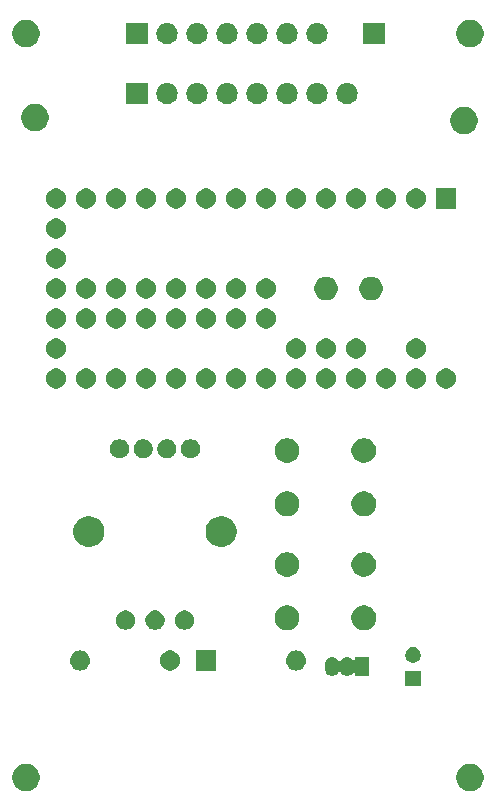
<source format=gbr>
G04 #@! TF.GenerationSoftware,KiCad,Pcbnew,5.0.2-bee76a0~70~ubuntu18.04.1*
G04 #@! TF.CreationDate,2019-01-08T11:52:29+01:00*
G04 #@! TF.ProjectId,lightmeter,6c696768-746d-4657-9465-722e6b696361,rev?*
G04 #@! TF.SameCoordinates,Original*
G04 #@! TF.FileFunction,Soldermask,Bot*
G04 #@! TF.FilePolarity,Negative*
%FSLAX46Y46*%
G04 Gerber Fmt 4.6, Leading zero omitted, Abs format (unit mm)*
G04 Created by KiCad (PCBNEW 5.0.2-bee76a0~70~ubuntu18.04.1) date mar. 08 janv. 2019 11:52:29 CET*
%MOMM*%
%LPD*%
G01*
G04 APERTURE LIST*
%ADD10C,0.100000*%
G04 APERTURE END LIST*
D10*
G36*
X68661734Y-77379232D02*
X68871202Y-77465996D01*
X69059723Y-77591962D01*
X69220038Y-77752277D01*
X69346004Y-77940798D01*
X69432768Y-78150266D01*
X69477000Y-78372635D01*
X69477000Y-78599365D01*
X69432768Y-78821734D01*
X69346004Y-79031202D01*
X69220038Y-79219723D01*
X69059723Y-79380038D01*
X68871202Y-79506004D01*
X68661734Y-79592768D01*
X68439365Y-79637000D01*
X68212635Y-79637000D01*
X67990266Y-79592768D01*
X67780798Y-79506004D01*
X67592277Y-79380038D01*
X67431962Y-79219723D01*
X67305996Y-79031202D01*
X67219232Y-78821734D01*
X67175000Y-78599365D01*
X67175000Y-78372635D01*
X67219232Y-78150266D01*
X67305996Y-77940798D01*
X67431962Y-77752277D01*
X67592277Y-77591962D01*
X67780798Y-77465996D01*
X67990266Y-77379232D01*
X68212635Y-77335000D01*
X68439365Y-77335000D01*
X68661734Y-77379232D01*
X68661734Y-77379232D01*
G37*
G36*
X31069734Y-77379232D02*
X31279202Y-77465996D01*
X31467723Y-77591962D01*
X31628038Y-77752277D01*
X31754004Y-77940798D01*
X31840768Y-78150266D01*
X31885000Y-78372635D01*
X31885000Y-78599365D01*
X31840768Y-78821734D01*
X31754004Y-79031202D01*
X31628038Y-79219723D01*
X31467723Y-79380038D01*
X31279202Y-79506004D01*
X31069734Y-79592768D01*
X30847365Y-79637000D01*
X30620635Y-79637000D01*
X30398266Y-79592768D01*
X30188798Y-79506004D01*
X30000277Y-79380038D01*
X29839962Y-79219723D01*
X29713996Y-79031202D01*
X29627232Y-78821734D01*
X29583000Y-78599365D01*
X29583000Y-78372635D01*
X29627232Y-78150266D01*
X29713996Y-77940798D01*
X29839962Y-77752277D01*
X30000277Y-77591962D01*
X30188798Y-77465996D01*
X30398266Y-77379232D01*
X30620635Y-77335000D01*
X30847365Y-77335000D01*
X31069734Y-77379232D01*
X31069734Y-77379232D01*
G37*
G36*
X64151000Y-70755000D02*
X62849000Y-70755000D01*
X62849000Y-69453000D01*
X64151000Y-69453000D01*
X64151000Y-70755000D01*
X64151000Y-70755000D01*
G37*
G36*
X58024916Y-68295334D02*
X58133492Y-68328271D01*
X58233557Y-68381756D01*
X58321264Y-68453736D01*
X58384374Y-68530635D01*
X58401701Y-68547962D01*
X58422076Y-68561576D01*
X58444715Y-68570954D01*
X58468748Y-68575734D01*
X58493252Y-68575734D01*
X58517286Y-68570953D01*
X58539925Y-68561576D01*
X58560299Y-68547962D01*
X58577626Y-68530635D01*
X58591240Y-68510260D01*
X58600618Y-68487621D01*
X58606000Y-68451336D01*
X58606000Y-68287000D01*
X59758000Y-68287000D01*
X59758000Y-69889000D01*
X58606000Y-69889000D01*
X58606000Y-69724663D01*
X58603598Y-69700277D01*
X58596485Y-69676828D01*
X58584934Y-69655217D01*
X58569388Y-69636275D01*
X58550446Y-69620729D01*
X58528835Y-69609178D01*
X58505386Y-69602065D01*
X58481000Y-69599663D01*
X58456614Y-69602065D01*
X58433165Y-69609178D01*
X58411554Y-69620729D01*
X58384377Y-69645361D01*
X58321264Y-69722264D01*
X58233556Y-69794244D01*
X58133491Y-69847729D01*
X58024915Y-69880666D01*
X57912000Y-69891787D01*
X57799084Y-69880666D01*
X57690508Y-69847729D01*
X57590443Y-69794244D01*
X57502736Y-69722264D01*
X57430756Y-69634556D01*
X57387240Y-69553142D01*
X57373627Y-69532767D01*
X57356299Y-69515440D01*
X57335925Y-69501826D01*
X57313286Y-69492449D01*
X57289253Y-69487668D01*
X57264748Y-69487668D01*
X57240715Y-69492448D01*
X57218076Y-69501826D01*
X57197701Y-69515439D01*
X57180374Y-69532767D01*
X57166767Y-69553131D01*
X57123244Y-69634557D01*
X57051264Y-69722264D01*
X56963556Y-69794244D01*
X56863491Y-69847729D01*
X56754915Y-69880666D01*
X56642000Y-69891787D01*
X56529084Y-69880666D01*
X56420508Y-69847729D01*
X56320443Y-69794244D01*
X56232736Y-69722264D01*
X56160756Y-69634556D01*
X56107271Y-69534491D01*
X56074334Y-69425915D01*
X56066000Y-69341297D01*
X56066000Y-68834702D01*
X56074334Y-68750084D01*
X56107271Y-68641508D01*
X56144983Y-68570954D01*
X56160755Y-68541446D01*
X56179183Y-68518992D01*
X56232737Y-68453736D01*
X56320444Y-68381756D01*
X56420509Y-68328271D01*
X56529085Y-68295334D01*
X56642000Y-68284213D01*
X56754916Y-68295334D01*
X56863492Y-68328271D01*
X56963557Y-68381756D01*
X57051264Y-68453736D01*
X57123244Y-68541443D01*
X57166760Y-68622857D01*
X57180373Y-68643232D01*
X57197701Y-68660559D01*
X57218075Y-68674173D01*
X57240714Y-68683550D01*
X57264747Y-68688331D01*
X57289252Y-68688331D01*
X57313285Y-68683551D01*
X57335924Y-68674173D01*
X57356299Y-68660560D01*
X57373626Y-68643232D01*
X57387240Y-68622857D01*
X57430755Y-68541446D01*
X57449183Y-68518992D01*
X57502737Y-68453736D01*
X57590444Y-68381756D01*
X57690509Y-68328271D01*
X57799085Y-68295334D01*
X57912000Y-68284213D01*
X58024916Y-68295334D01*
X58024916Y-68295334D01*
G37*
G36*
X46825000Y-69431000D02*
X45123000Y-69431000D01*
X45123000Y-67729000D01*
X46825000Y-67729000D01*
X46825000Y-69431000D01*
X46825000Y-69431000D01*
G37*
G36*
X43174228Y-67761703D02*
X43329100Y-67825853D01*
X43468481Y-67918985D01*
X43587015Y-68037519D01*
X43680147Y-68176900D01*
X43744297Y-68331772D01*
X43777000Y-68496184D01*
X43777000Y-68663816D01*
X43744297Y-68828228D01*
X43680147Y-68983100D01*
X43587015Y-69122481D01*
X43468481Y-69241015D01*
X43329100Y-69334147D01*
X43174228Y-69398297D01*
X43009816Y-69431000D01*
X42842184Y-69431000D01*
X42677772Y-69398297D01*
X42522900Y-69334147D01*
X42383519Y-69241015D01*
X42264985Y-69122481D01*
X42171853Y-68983100D01*
X42107703Y-68828228D01*
X42075000Y-68663816D01*
X42075000Y-68496184D01*
X42107703Y-68331772D01*
X42171853Y-68176900D01*
X42264985Y-68037519D01*
X42383519Y-67918985D01*
X42522900Y-67825853D01*
X42677772Y-67761703D01*
X42842184Y-67729000D01*
X43009816Y-67729000D01*
X43174228Y-67761703D01*
X43174228Y-67761703D01*
G37*
G36*
X35472821Y-67741313D02*
X35472824Y-67741314D01*
X35472825Y-67741314D01*
X35633239Y-67789975D01*
X35633241Y-67789976D01*
X35633244Y-67789977D01*
X35781078Y-67868995D01*
X35910659Y-67975341D01*
X36017005Y-68104922D01*
X36096023Y-68252756D01*
X36096024Y-68252759D01*
X36096025Y-68252761D01*
X36135155Y-68381756D01*
X36144687Y-68413179D01*
X36161117Y-68580000D01*
X36144687Y-68746821D01*
X36144686Y-68746824D01*
X36144686Y-68746825D01*
X36118029Y-68834703D01*
X36096023Y-68907244D01*
X36017005Y-69055078D01*
X35910659Y-69184659D01*
X35781078Y-69291005D01*
X35633244Y-69370023D01*
X35633241Y-69370024D01*
X35633239Y-69370025D01*
X35472825Y-69418686D01*
X35472824Y-69418686D01*
X35472821Y-69418687D01*
X35347804Y-69431000D01*
X35264196Y-69431000D01*
X35139179Y-69418687D01*
X35139176Y-69418686D01*
X35139175Y-69418686D01*
X34978761Y-69370025D01*
X34978759Y-69370024D01*
X34978756Y-69370023D01*
X34830922Y-69291005D01*
X34701341Y-69184659D01*
X34594995Y-69055078D01*
X34515977Y-68907244D01*
X34493972Y-68834703D01*
X34467314Y-68746825D01*
X34467314Y-68746824D01*
X34467313Y-68746821D01*
X34450883Y-68580000D01*
X34467313Y-68413179D01*
X34476845Y-68381756D01*
X34515975Y-68252761D01*
X34515976Y-68252759D01*
X34515977Y-68252756D01*
X34594995Y-68104922D01*
X34701341Y-67975341D01*
X34830922Y-67868995D01*
X34978756Y-67789977D01*
X34978759Y-67789976D01*
X34978761Y-67789975D01*
X35139175Y-67741314D01*
X35139176Y-67741314D01*
X35139179Y-67741313D01*
X35264196Y-67729000D01*
X35347804Y-67729000D01*
X35472821Y-67741313D01*
X35472821Y-67741313D01*
G37*
G36*
X53760821Y-67741313D02*
X53760824Y-67741314D01*
X53760825Y-67741314D01*
X53921239Y-67789975D01*
X53921241Y-67789976D01*
X53921244Y-67789977D01*
X54069078Y-67868995D01*
X54198659Y-67975341D01*
X54305005Y-68104922D01*
X54384023Y-68252756D01*
X54384024Y-68252759D01*
X54384025Y-68252761D01*
X54423155Y-68381756D01*
X54432687Y-68413179D01*
X54449117Y-68580000D01*
X54432687Y-68746821D01*
X54432686Y-68746824D01*
X54432686Y-68746825D01*
X54406029Y-68834703D01*
X54384023Y-68907244D01*
X54305005Y-69055078D01*
X54198659Y-69184659D01*
X54069078Y-69291005D01*
X53921244Y-69370023D01*
X53921241Y-69370024D01*
X53921239Y-69370025D01*
X53760825Y-69418686D01*
X53760824Y-69418686D01*
X53760821Y-69418687D01*
X53635804Y-69431000D01*
X53552196Y-69431000D01*
X53427179Y-69418687D01*
X53427176Y-69418686D01*
X53427175Y-69418686D01*
X53266761Y-69370025D01*
X53266759Y-69370024D01*
X53266756Y-69370023D01*
X53118922Y-69291005D01*
X52989341Y-69184659D01*
X52882995Y-69055078D01*
X52803977Y-68907244D01*
X52781972Y-68834703D01*
X52755314Y-68746825D01*
X52755314Y-68746824D01*
X52755313Y-68746821D01*
X52738883Y-68580000D01*
X52755313Y-68413179D01*
X52764845Y-68381756D01*
X52803975Y-68252761D01*
X52803976Y-68252759D01*
X52803977Y-68252756D01*
X52882995Y-68104922D01*
X52989341Y-67975341D01*
X53118922Y-67868995D01*
X53266756Y-67789977D01*
X53266759Y-67789976D01*
X53266761Y-67789975D01*
X53427175Y-67741314D01*
X53427176Y-67741314D01*
X53427179Y-67741313D01*
X53552196Y-67729000D01*
X53635804Y-67729000D01*
X53760821Y-67741313D01*
X53760821Y-67741313D01*
G37*
G36*
X63689890Y-67478017D02*
X63808361Y-67527089D01*
X63914992Y-67598338D01*
X64005662Y-67689008D01*
X64076911Y-67795639D01*
X64125983Y-67914110D01*
X64151000Y-68039881D01*
X64151000Y-68168119D01*
X64125983Y-68293890D01*
X64076911Y-68412361D01*
X64005662Y-68518992D01*
X63914992Y-68609662D01*
X63914989Y-68609664D01*
X63914988Y-68609665D01*
X63838820Y-68660559D01*
X63808361Y-68680911D01*
X63689890Y-68729983D01*
X63564119Y-68755000D01*
X63435881Y-68755000D01*
X63310110Y-68729983D01*
X63191639Y-68680911D01*
X63161180Y-68660559D01*
X63085012Y-68609665D01*
X63085011Y-68609664D01*
X63085008Y-68609662D01*
X62994338Y-68518992D01*
X62923089Y-68412361D01*
X62874017Y-68293890D01*
X62849000Y-68168119D01*
X62849000Y-68039881D01*
X62874017Y-67914110D01*
X62923089Y-67795639D01*
X62994338Y-67689008D01*
X63085008Y-67598338D01*
X63191639Y-67527089D01*
X63310110Y-67478017D01*
X63435881Y-67453000D01*
X63564119Y-67453000D01*
X63689890Y-67478017D01*
X63689890Y-67478017D01*
G37*
G36*
X59638565Y-63941389D02*
X59829834Y-64020615D01*
X60001976Y-64135637D01*
X60148363Y-64282024D01*
X60263385Y-64454166D01*
X60342611Y-64645435D01*
X60383000Y-64848484D01*
X60383000Y-65055516D01*
X60342611Y-65258565D01*
X60263385Y-65449834D01*
X60148363Y-65621976D01*
X60001976Y-65768363D01*
X59829834Y-65883385D01*
X59638565Y-65962611D01*
X59435516Y-66003000D01*
X59228484Y-66003000D01*
X59025435Y-65962611D01*
X58834166Y-65883385D01*
X58662024Y-65768363D01*
X58515637Y-65621976D01*
X58400615Y-65449834D01*
X58321389Y-65258565D01*
X58281000Y-65055516D01*
X58281000Y-64848484D01*
X58321389Y-64645435D01*
X58400615Y-64454166D01*
X58515637Y-64282024D01*
X58662024Y-64135637D01*
X58834166Y-64020615D01*
X59025435Y-63941389D01*
X59228484Y-63901000D01*
X59435516Y-63901000D01*
X59638565Y-63941389D01*
X59638565Y-63941389D01*
G37*
G36*
X53138565Y-63941389D02*
X53329834Y-64020615D01*
X53501976Y-64135637D01*
X53648363Y-64282024D01*
X53763385Y-64454166D01*
X53842611Y-64645435D01*
X53883000Y-64848484D01*
X53883000Y-65055516D01*
X53842611Y-65258565D01*
X53763385Y-65449834D01*
X53648363Y-65621976D01*
X53501976Y-65768363D01*
X53329834Y-65883385D01*
X53138565Y-65962611D01*
X52935516Y-66003000D01*
X52728484Y-66003000D01*
X52525435Y-65962611D01*
X52334166Y-65883385D01*
X52162024Y-65768363D01*
X52015637Y-65621976D01*
X51900615Y-65449834D01*
X51821389Y-65258565D01*
X51781000Y-65055516D01*
X51781000Y-64848484D01*
X51821389Y-64645435D01*
X51900615Y-64454166D01*
X52015637Y-64282024D01*
X52162024Y-64135637D01*
X52334166Y-64020615D01*
X52525435Y-63941389D01*
X52728484Y-63901000D01*
X52935516Y-63901000D01*
X53138565Y-63941389D01*
X53138565Y-63941389D01*
G37*
G36*
X44393142Y-64376242D02*
X44541102Y-64437530D01*
X44674258Y-64526502D01*
X44787498Y-64639742D01*
X44876470Y-64772898D01*
X44937758Y-64920858D01*
X44969000Y-65077925D01*
X44969000Y-65238075D01*
X44937758Y-65395142D01*
X44876470Y-65543102D01*
X44787498Y-65676258D01*
X44674258Y-65789498D01*
X44541102Y-65878470D01*
X44541101Y-65878471D01*
X44541100Y-65878471D01*
X44507583Y-65892354D01*
X44393142Y-65939758D01*
X44236075Y-65971000D01*
X44075925Y-65971000D01*
X43918858Y-65939758D01*
X43804417Y-65892354D01*
X43770900Y-65878471D01*
X43770899Y-65878471D01*
X43770898Y-65878470D01*
X43637742Y-65789498D01*
X43524502Y-65676258D01*
X43435530Y-65543102D01*
X43374242Y-65395142D01*
X43343000Y-65238075D01*
X43343000Y-65077925D01*
X43374242Y-64920858D01*
X43435530Y-64772898D01*
X43524502Y-64639742D01*
X43637742Y-64526502D01*
X43770898Y-64437530D01*
X43918858Y-64376242D01*
X44075925Y-64345000D01*
X44236075Y-64345000D01*
X44393142Y-64376242D01*
X44393142Y-64376242D01*
G37*
G36*
X41893142Y-64376242D02*
X42041102Y-64437530D01*
X42174258Y-64526502D01*
X42287498Y-64639742D01*
X42376470Y-64772898D01*
X42437758Y-64920858D01*
X42469000Y-65077925D01*
X42469000Y-65238075D01*
X42437758Y-65395142D01*
X42376470Y-65543102D01*
X42287498Y-65676258D01*
X42174258Y-65789498D01*
X42041102Y-65878470D01*
X42041101Y-65878471D01*
X42041100Y-65878471D01*
X42007583Y-65892354D01*
X41893142Y-65939758D01*
X41736075Y-65971000D01*
X41575925Y-65971000D01*
X41418858Y-65939758D01*
X41304417Y-65892354D01*
X41270900Y-65878471D01*
X41270899Y-65878471D01*
X41270898Y-65878470D01*
X41137742Y-65789498D01*
X41024502Y-65676258D01*
X40935530Y-65543102D01*
X40874242Y-65395142D01*
X40843000Y-65238075D01*
X40843000Y-65077925D01*
X40874242Y-64920858D01*
X40935530Y-64772898D01*
X41024502Y-64639742D01*
X41137742Y-64526502D01*
X41270898Y-64437530D01*
X41418858Y-64376242D01*
X41575925Y-64345000D01*
X41736075Y-64345000D01*
X41893142Y-64376242D01*
X41893142Y-64376242D01*
G37*
G36*
X39393142Y-64376242D02*
X39541102Y-64437530D01*
X39674258Y-64526502D01*
X39787498Y-64639742D01*
X39876470Y-64772898D01*
X39937758Y-64920858D01*
X39969000Y-65077925D01*
X39969000Y-65238075D01*
X39937758Y-65395142D01*
X39876470Y-65543102D01*
X39787498Y-65676258D01*
X39674258Y-65789498D01*
X39541102Y-65878470D01*
X39541101Y-65878471D01*
X39541100Y-65878471D01*
X39507583Y-65892354D01*
X39393142Y-65939758D01*
X39236075Y-65971000D01*
X39075925Y-65971000D01*
X38918858Y-65939758D01*
X38804417Y-65892354D01*
X38770900Y-65878471D01*
X38770899Y-65878471D01*
X38770898Y-65878470D01*
X38637742Y-65789498D01*
X38524502Y-65676258D01*
X38435530Y-65543102D01*
X38374242Y-65395142D01*
X38343000Y-65238075D01*
X38343000Y-65077925D01*
X38374242Y-64920858D01*
X38435530Y-64772898D01*
X38524502Y-64639742D01*
X38637742Y-64526502D01*
X38770898Y-64437530D01*
X38918858Y-64376242D01*
X39075925Y-64345000D01*
X39236075Y-64345000D01*
X39393142Y-64376242D01*
X39393142Y-64376242D01*
G37*
G36*
X59638565Y-59441389D02*
X59829834Y-59520615D01*
X60001976Y-59635637D01*
X60148363Y-59782024D01*
X60263385Y-59954166D01*
X60342611Y-60145435D01*
X60383000Y-60348484D01*
X60383000Y-60555516D01*
X60342611Y-60758565D01*
X60263385Y-60949834D01*
X60148363Y-61121976D01*
X60001976Y-61268363D01*
X59829834Y-61383385D01*
X59638565Y-61462611D01*
X59435516Y-61503000D01*
X59228484Y-61503000D01*
X59025435Y-61462611D01*
X58834166Y-61383385D01*
X58662024Y-61268363D01*
X58515637Y-61121976D01*
X58400615Y-60949834D01*
X58321389Y-60758565D01*
X58281000Y-60555516D01*
X58281000Y-60348484D01*
X58321389Y-60145435D01*
X58400615Y-59954166D01*
X58515637Y-59782024D01*
X58662024Y-59635637D01*
X58834166Y-59520615D01*
X59025435Y-59441389D01*
X59228484Y-59401000D01*
X59435516Y-59401000D01*
X59638565Y-59441389D01*
X59638565Y-59441389D01*
G37*
G36*
X53138565Y-59441389D02*
X53329834Y-59520615D01*
X53501976Y-59635637D01*
X53648363Y-59782024D01*
X53763385Y-59954166D01*
X53842611Y-60145435D01*
X53883000Y-60348484D01*
X53883000Y-60555516D01*
X53842611Y-60758565D01*
X53763385Y-60949834D01*
X53648363Y-61121976D01*
X53501976Y-61268363D01*
X53329834Y-61383385D01*
X53138565Y-61462611D01*
X52935516Y-61503000D01*
X52728484Y-61503000D01*
X52525435Y-61462611D01*
X52334166Y-61383385D01*
X52162024Y-61268363D01*
X52015637Y-61121976D01*
X51900615Y-60949834D01*
X51821389Y-60758565D01*
X51781000Y-60555516D01*
X51781000Y-60348484D01*
X51821389Y-60145435D01*
X51900615Y-59954166D01*
X52015637Y-59782024D01*
X52162024Y-59635637D01*
X52334166Y-59520615D01*
X52525435Y-59441389D01*
X52728484Y-59401000D01*
X52935516Y-59401000D01*
X53138565Y-59441389D01*
X53138565Y-59441389D01*
G37*
G36*
X36438985Y-56395457D02*
X36438987Y-56395458D01*
X36438988Y-56395458D01*
X36677939Y-56494435D01*
X36892992Y-56638128D01*
X37075872Y-56821008D01*
X37219565Y-57036061D01*
X37318543Y-57275015D01*
X37369000Y-57528679D01*
X37369000Y-57787321D01*
X37318543Y-58040985D01*
X37219565Y-58279939D01*
X37075872Y-58494992D01*
X36892992Y-58677872D01*
X36892989Y-58677874D01*
X36677939Y-58821565D01*
X36438988Y-58920542D01*
X36438987Y-58920542D01*
X36438985Y-58920543D01*
X36185321Y-58971000D01*
X35926679Y-58971000D01*
X35673015Y-58920543D01*
X35673013Y-58920542D01*
X35673012Y-58920542D01*
X35434061Y-58821565D01*
X35219011Y-58677874D01*
X35219008Y-58677872D01*
X35036128Y-58494992D01*
X34892435Y-58279939D01*
X34793457Y-58040985D01*
X34743000Y-57787321D01*
X34743000Y-57528679D01*
X34793457Y-57275015D01*
X34892435Y-57036061D01*
X35036128Y-56821008D01*
X35219008Y-56638128D01*
X35434061Y-56494435D01*
X35673012Y-56395458D01*
X35673013Y-56395458D01*
X35673015Y-56395457D01*
X35926679Y-56345000D01*
X36185321Y-56345000D01*
X36438985Y-56395457D01*
X36438985Y-56395457D01*
G37*
G36*
X47638985Y-56395457D02*
X47638987Y-56395458D01*
X47638988Y-56395458D01*
X47877939Y-56494435D01*
X48092992Y-56638128D01*
X48275872Y-56821008D01*
X48419565Y-57036061D01*
X48518543Y-57275015D01*
X48569000Y-57528679D01*
X48569000Y-57787321D01*
X48518543Y-58040985D01*
X48419565Y-58279939D01*
X48275872Y-58494992D01*
X48092992Y-58677872D01*
X48092989Y-58677874D01*
X47877939Y-58821565D01*
X47638988Y-58920542D01*
X47638987Y-58920542D01*
X47638985Y-58920543D01*
X47385321Y-58971000D01*
X47126679Y-58971000D01*
X46873015Y-58920543D01*
X46873013Y-58920542D01*
X46873012Y-58920542D01*
X46634061Y-58821565D01*
X46419011Y-58677874D01*
X46419008Y-58677872D01*
X46236128Y-58494992D01*
X46092435Y-58279939D01*
X45993457Y-58040985D01*
X45943000Y-57787321D01*
X45943000Y-57528679D01*
X45993457Y-57275015D01*
X46092435Y-57036061D01*
X46236128Y-56821008D01*
X46419008Y-56638128D01*
X46634061Y-56494435D01*
X46873012Y-56395458D01*
X46873013Y-56395458D01*
X46873015Y-56395457D01*
X47126679Y-56345000D01*
X47385321Y-56345000D01*
X47638985Y-56395457D01*
X47638985Y-56395457D01*
G37*
G36*
X59638565Y-54289389D02*
X59829834Y-54368615D01*
X60001976Y-54483637D01*
X60148363Y-54630024D01*
X60263385Y-54802166D01*
X60342611Y-54993435D01*
X60383000Y-55196484D01*
X60383000Y-55403516D01*
X60342611Y-55606565D01*
X60263385Y-55797834D01*
X60148363Y-55969976D01*
X60001976Y-56116363D01*
X59829834Y-56231385D01*
X59638565Y-56310611D01*
X59435516Y-56351000D01*
X59228484Y-56351000D01*
X59025435Y-56310611D01*
X58834166Y-56231385D01*
X58662024Y-56116363D01*
X58515637Y-55969976D01*
X58400615Y-55797834D01*
X58321389Y-55606565D01*
X58281000Y-55403516D01*
X58281000Y-55196484D01*
X58321389Y-54993435D01*
X58400615Y-54802166D01*
X58515637Y-54630024D01*
X58662024Y-54483637D01*
X58834166Y-54368615D01*
X59025435Y-54289389D01*
X59228484Y-54249000D01*
X59435516Y-54249000D01*
X59638565Y-54289389D01*
X59638565Y-54289389D01*
G37*
G36*
X53138565Y-54289389D02*
X53329834Y-54368615D01*
X53501976Y-54483637D01*
X53648363Y-54630024D01*
X53763385Y-54802166D01*
X53842611Y-54993435D01*
X53883000Y-55196484D01*
X53883000Y-55403516D01*
X53842611Y-55606565D01*
X53763385Y-55797834D01*
X53648363Y-55969976D01*
X53501976Y-56116363D01*
X53329834Y-56231385D01*
X53138565Y-56310611D01*
X52935516Y-56351000D01*
X52728484Y-56351000D01*
X52525435Y-56310611D01*
X52334166Y-56231385D01*
X52162024Y-56116363D01*
X52015637Y-55969976D01*
X51900615Y-55797834D01*
X51821389Y-55606565D01*
X51781000Y-55403516D01*
X51781000Y-55196484D01*
X51821389Y-54993435D01*
X51900615Y-54802166D01*
X52015637Y-54630024D01*
X52162024Y-54483637D01*
X52334166Y-54368615D01*
X52525435Y-54289389D01*
X52728484Y-54249000D01*
X52935516Y-54249000D01*
X53138565Y-54289389D01*
X53138565Y-54289389D01*
G37*
G36*
X59638565Y-49789389D02*
X59829834Y-49868615D01*
X60001976Y-49983637D01*
X60148363Y-50130024D01*
X60263385Y-50302166D01*
X60342611Y-50493435D01*
X60383000Y-50696484D01*
X60383000Y-50903516D01*
X60342611Y-51106565D01*
X60263385Y-51297834D01*
X60148363Y-51469976D01*
X60001976Y-51616363D01*
X59829834Y-51731385D01*
X59638565Y-51810611D01*
X59435516Y-51851000D01*
X59228484Y-51851000D01*
X59025435Y-51810611D01*
X58834166Y-51731385D01*
X58662024Y-51616363D01*
X58515637Y-51469976D01*
X58400615Y-51297834D01*
X58321389Y-51106565D01*
X58281000Y-50903516D01*
X58281000Y-50696484D01*
X58321389Y-50493435D01*
X58400615Y-50302166D01*
X58515637Y-50130024D01*
X58662024Y-49983637D01*
X58834166Y-49868615D01*
X59025435Y-49789389D01*
X59228484Y-49749000D01*
X59435516Y-49749000D01*
X59638565Y-49789389D01*
X59638565Y-49789389D01*
G37*
G36*
X53138565Y-49789389D02*
X53329834Y-49868615D01*
X53501976Y-49983637D01*
X53648363Y-50130024D01*
X53763385Y-50302166D01*
X53842611Y-50493435D01*
X53883000Y-50696484D01*
X53883000Y-50903516D01*
X53842611Y-51106565D01*
X53763385Y-51297834D01*
X53648363Y-51469976D01*
X53501976Y-51616363D01*
X53329834Y-51731385D01*
X53138565Y-51810611D01*
X52935516Y-51851000D01*
X52728484Y-51851000D01*
X52525435Y-51810611D01*
X52334166Y-51731385D01*
X52162024Y-51616363D01*
X52015637Y-51469976D01*
X51900615Y-51297834D01*
X51821389Y-51106565D01*
X51781000Y-50903516D01*
X51781000Y-50696484D01*
X51821389Y-50493435D01*
X51900615Y-50302166D01*
X52015637Y-50130024D01*
X52162024Y-49983637D01*
X52334166Y-49868615D01*
X52525435Y-49789389D01*
X52728484Y-49749000D01*
X52935516Y-49749000D01*
X53138565Y-49789389D01*
X53138565Y-49789389D01*
G37*
G36*
X40893142Y-49876242D02*
X41041102Y-49937530D01*
X41174258Y-50026502D01*
X41287498Y-50139742D01*
X41376470Y-50272898D01*
X41437758Y-50420858D01*
X41469000Y-50577925D01*
X41469000Y-50738075D01*
X41437758Y-50895142D01*
X41434290Y-50903514D01*
X41376471Y-51043100D01*
X41287499Y-51176257D01*
X41174257Y-51289499D01*
X41161781Y-51297835D01*
X41041102Y-51378470D01*
X40893142Y-51439758D01*
X40736075Y-51471000D01*
X40575925Y-51471000D01*
X40418858Y-51439758D01*
X40270898Y-51378470D01*
X40150219Y-51297835D01*
X40137743Y-51289499D01*
X40024501Y-51176257D01*
X39935529Y-51043100D01*
X39877710Y-50903514D01*
X39874242Y-50895142D01*
X39843000Y-50738075D01*
X39843000Y-50577925D01*
X39874242Y-50420858D01*
X39935530Y-50272898D01*
X40024502Y-50139742D01*
X40137742Y-50026502D01*
X40270898Y-49937530D01*
X40418858Y-49876242D01*
X40575925Y-49845000D01*
X40736075Y-49845000D01*
X40893142Y-49876242D01*
X40893142Y-49876242D01*
G37*
G36*
X44893142Y-49876242D02*
X45041102Y-49937530D01*
X45174258Y-50026502D01*
X45287498Y-50139742D01*
X45376470Y-50272898D01*
X45437758Y-50420858D01*
X45469000Y-50577925D01*
X45469000Y-50738075D01*
X45437758Y-50895142D01*
X45434290Y-50903514D01*
X45376471Y-51043100D01*
X45287499Y-51176257D01*
X45174257Y-51289499D01*
X45161781Y-51297835D01*
X45041102Y-51378470D01*
X44893142Y-51439758D01*
X44736075Y-51471000D01*
X44575925Y-51471000D01*
X44418858Y-51439758D01*
X44270898Y-51378470D01*
X44150219Y-51297835D01*
X44137743Y-51289499D01*
X44024501Y-51176257D01*
X43935529Y-51043100D01*
X43877710Y-50903514D01*
X43874242Y-50895142D01*
X43843000Y-50738075D01*
X43843000Y-50577925D01*
X43874242Y-50420858D01*
X43935530Y-50272898D01*
X44024502Y-50139742D01*
X44137742Y-50026502D01*
X44270898Y-49937530D01*
X44418858Y-49876242D01*
X44575925Y-49845000D01*
X44736075Y-49845000D01*
X44893142Y-49876242D01*
X44893142Y-49876242D01*
G37*
G36*
X38893142Y-49876242D02*
X39041102Y-49937530D01*
X39174258Y-50026502D01*
X39287498Y-50139742D01*
X39376470Y-50272898D01*
X39437758Y-50420858D01*
X39469000Y-50577925D01*
X39469000Y-50738075D01*
X39437758Y-50895142D01*
X39434290Y-50903514D01*
X39376471Y-51043100D01*
X39287499Y-51176257D01*
X39174257Y-51289499D01*
X39161781Y-51297835D01*
X39041102Y-51378470D01*
X38893142Y-51439758D01*
X38736075Y-51471000D01*
X38575925Y-51471000D01*
X38418858Y-51439758D01*
X38270898Y-51378470D01*
X38150219Y-51297835D01*
X38137743Y-51289499D01*
X38024501Y-51176257D01*
X37935529Y-51043100D01*
X37877710Y-50903514D01*
X37874242Y-50895142D01*
X37843000Y-50738075D01*
X37843000Y-50577925D01*
X37874242Y-50420858D01*
X37935530Y-50272898D01*
X38024502Y-50139742D01*
X38137742Y-50026502D01*
X38270898Y-49937530D01*
X38418858Y-49876242D01*
X38575925Y-49845000D01*
X38736075Y-49845000D01*
X38893142Y-49876242D01*
X38893142Y-49876242D01*
G37*
G36*
X42893142Y-49876242D02*
X43041102Y-49937530D01*
X43174258Y-50026502D01*
X43287498Y-50139742D01*
X43376470Y-50272898D01*
X43437758Y-50420858D01*
X43469000Y-50577925D01*
X43469000Y-50738075D01*
X43437758Y-50895142D01*
X43434290Y-50903514D01*
X43376471Y-51043100D01*
X43287499Y-51176257D01*
X43174257Y-51289499D01*
X43161781Y-51297835D01*
X43041102Y-51378470D01*
X42893142Y-51439758D01*
X42736075Y-51471000D01*
X42575925Y-51471000D01*
X42418858Y-51439758D01*
X42270898Y-51378470D01*
X42150219Y-51297835D01*
X42137743Y-51289499D01*
X42024501Y-51176257D01*
X41935529Y-51043100D01*
X41877710Y-50903514D01*
X41874242Y-50895142D01*
X41843000Y-50738075D01*
X41843000Y-50577925D01*
X41874242Y-50420858D01*
X41935530Y-50272898D01*
X42024502Y-50139742D01*
X42137742Y-50026502D01*
X42270898Y-49937530D01*
X42418858Y-49876242D01*
X42575925Y-49845000D01*
X42736075Y-49845000D01*
X42893142Y-49876242D01*
X42893142Y-49876242D01*
G37*
G36*
X41142228Y-43885703D02*
X41297100Y-43949853D01*
X41436481Y-44042985D01*
X41555015Y-44161519D01*
X41648147Y-44300900D01*
X41712297Y-44455772D01*
X41745000Y-44620184D01*
X41745000Y-44787816D01*
X41712297Y-44952228D01*
X41648147Y-45107100D01*
X41555015Y-45246481D01*
X41436481Y-45365015D01*
X41297100Y-45458147D01*
X41142228Y-45522297D01*
X40977816Y-45555000D01*
X40810184Y-45555000D01*
X40645772Y-45522297D01*
X40490900Y-45458147D01*
X40351519Y-45365015D01*
X40232985Y-45246481D01*
X40139853Y-45107100D01*
X40075703Y-44952228D01*
X40043000Y-44787816D01*
X40043000Y-44620184D01*
X40075703Y-44455772D01*
X40139853Y-44300900D01*
X40232985Y-44161519D01*
X40351519Y-44042985D01*
X40490900Y-43949853D01*
X40645772Y-43885703D01*
X40810184Y-43853000D01*
X40977816Y-43853000D01*
X41142228Y-43885703D01*
X41142228Y-43885703D01*
G37*
G36*
X33522228Y-43885703D02*
X33677100Y-43949853D01*
X33816481Y-44042985D01*
X33935015Y-44161519D01*
X34028147Y-44300900D01*
X34092297Y-44455772D01*
X34125000Y-44620184D01*
X34125000Y-44787816D01*
X34092297Y-44952228D01*
X34028147Y-45107100D01*
X33935015Y-45246481D01*
X33816481Y-45365015D01*
X33677100Y-45458147D01*
X33522228Y-45522297D01*
X33357816Y-45555000D01*
X33190184Y-45555000D01*
X33025772Y-45522297D01*
X32870900Y-45458147D01*
X32731519Y-45365015D01*
X32612985Y-45246481D01*
X32519853Y-45107100D01*
X32455703Y-44952228D01*
X32423000Y-44787816D01*
X32423000Y-44620184D01*
X32455703Y-44455772D01*
X32519853Y-44300900D01*
X32612985Y-44161519D01*
X32731519Y-44042985D01*
X32870900Y-43949853D01*
X33025772Y-43885703D01*
X33190184Y-43853000D01*
X33357816Y-43853000D01*
X33522228Y-43885703D01*
X33522228Y-43885703D01*
G37*
G36*
X36062228Y-43885703D02*
X36217100Y-43949853D01*
X36356481Y-44042985D01*
X36475015Y-44161519D01*
X36568147Y-44300900D01*
X36632297Y-44455772D01*
X36665000Y-44620184D01*
X36665000Y-44787816D01*
X36632297Y-44952228D01*
X36568147Y-45107100D01*
X36475015Y-45246481D01*
X36356481Y-45365015D01*
X36217100Y-45458147D01*
X36062228Y-45522297D01*
X35897816Y-45555000D01*
X35730184Y-45555000D01*
X35565772Y-45522297D01*
X35410900Y-45458147D01*
X35271519Y-45365015D01*
X35152985Y-45246481D01*
X35059853Y-45107100D01*
X34995703Y-44952228D01*
X34963000Y-44787816D01*
X34963000Y-44620184D01*
X34995703Y-44455772D01*
X35059853Y-44300900D01*
X35152985Y-44161519D01*
X35271519Y-44042985D01*
X35410900Y-43949853D01*
X35565772Y-43885703D01*
X35730184Y-43853000D01*
X35897816Y-43853000D01*
X36062228Y-43885703D01*
X36062228Y-43885703D01*
G37*
G36*
X38602228Y-43885703D02*
X38757100Y-43949853D01*
X38896481Y-44042985D01*
X39015015Y-44161519D01*
X39108147Y-44300900D01*
X39172297Y-44455772D01*
X39205000Y-44620184D01*
X39205000Y-44787816D01*
X39172297Y-44952228D01*
X39108147Y-45107100D01*
X39015015Y-45246481D01*
X38896481Y-45365015D01*
X38757100Y-45458147D01*
X38602228Y-45522297D01*
X38437816Y-45555000D01*
X38270184Y-45555000D01*
X38105772Y-45522297D01*
X37950900Y-45458147D01*
X37811519Y-45365015D01*
X37692985Y-45246481D01*
X37599853Y-45107100D01*
X37535703Y-44952228D01*
X37503000Y-44787816D01*
X37503000Y-44620184D01*
X37535703Y-44455772D01*
X37599853Y-44300900D01*
X37692985Y-44161519D01*
X37811519Y-44042985D01*
X37950900Y-43949853D01*
X38105772Y-43885703D01*
X38270184Y-43853000D01*
X38437816Y-43853000D01*
X38602228Y-43885703D01*
X38602228Y-43885703D01*
G37*
G36*
X43682228Y-43885703D02*
X43837100Y-43949853D01*
X43976481Y-44042985D01*
X44095015Y-44161519D01*
X44188147Y-44300900D01*
X44252297Y-44455772D01*
X44285000Y-44620184D01*
X44285000Y-44787816D01*
X44252297Y-44952228D01*
X44188147Y-45107100D01*
X44095015Y-45246481D01*
X43976481Y-45365015D01*
X43837100Y-45458147D01*
X43682228Y-45522297D01*
X43517816Y-45555000D01*
X43350184Y-45555000D01*
X43185772Y-45522297D01*
X43030900Y-45458147D01*
X42891519Y-45365015D01*
X42772985Y-45246481D01*
X42679853Y-45107100D01*
X42615703Y-44952228D01*
X42583000Y-44787816D01*
X42583000Y-44620184D01*
X42615703Y-44455772D01*
X42679853Y-44300900D01*
X42772985Y-44161519D01*
X42891519Y-44042985D01*
X43030900Y-43949853D01*
X43185772Y-43885703D01*
X43350184Y-43853000D01*
X43517816Y-43853000D01*
X43682228Y-43885703D01*
X43682228Y-43885703D01*
G37*
G36*
X46222228Y-43885703D02*
X46377100Y-43949853D01*
X46516481Y-44042985D01*
X46635015Y-44161519D01*
X46728147Y-44300900D01*
X46792297Y-44455772D01*
X46825000Y-44620184D01*
X46825000Y-44787816D01*
X46792297Y-44952228D01*
X46728147Y-45107100D01*
X46635015Y-45246481D01*
X46516481Y-45365015D01*
X46377100Y-45458147D01*
X46222228Y-45522297D01*
X46057816Y-45555000D01*
X45890184Y-45555000D01*
X45725772Y-45522297D01*
X45570900Y-45458147D01*
X45431519Y-45365015D01*
X45312985Y-45246481D01*
X45219853Y-45107100D01*
X45155703Y-44952228D01*
X45123000Y-44787816D01*
X45123000Y-44620184D01*
X45155703Y-44455772D01*
X45219853Y-44300900D01*
X45312985Y-44161519D01*
X45431519Y-44042985D01*
X45570900Y-43949853D01*
X45725772Y-43885703D01*
X45890184Y-43853000D01*
X46057816Y-43853000D01*
X46222228Y-43885703D01*
X46222228Y-43885703D01*
G37*
G36*
X48762228Y-43885703D02*
X48917100Y-43949853D01*
X49056481Y-44042985D01*
X49175015Y-44161519D01*
X49268147Y-44300900D01*
X49332297Y-44455772D01*
X49365000Y-44620184D01*
X49365000Y-44787816D01*
X49332297Y-44952228D01*
X49268147Y-45107100D01*
X49175015Y-45246481D01*
X49056481Y-45365015D01*
X48917100Y-45458147D01*
X48762228Y-45522297D01*
X48597816Y-45555000D01*
X48430184Y-45555000D01*
X48265772Y-45522297D01*
X48110900Y-45458147D01*
X47971519Y-45365015D01*
X47852985Y-45246481D01*
X47759853Y-45107100D01*
X47695703Y-44952228D01*
X47663000Y-44787816D01*
X47663000Y-44620184D01*
X47695703Y-44455772D01*
X47759853Y-44300900D01*
X47852985Y-44161519D01*
X47971519Y-44042985D01*
X48110900Y-43949853D01*
X48265772Y-43885703D01*
X48430184Y-43853000D01*
X48597816Y-43853000D01*
X48762228Y-43885703D01*
X48762228Y-43885703D01*
G37*
G36*
X51302228Y-43885703D02*
X51457100Y-43949853D01*
X51596481Y-44042985D01*
X51715015Y-44161519D01*
X51808147Y-44300900D01*
X51872297Y-44455772D01*
X51905000Y-44620184D01*
X51905000Y-44787816D01*
X51872297Y-44952228D01*
X51808147Y-45107100D01*
X51715015Y-45246481D01*
X51596481Y-45365015D01*
X51457100Y-45458147D01*
X51302228Y-45522297D01*
X51137816Y-45555000D01*
X50970184Y-45555000D01*
X50805772Y-45522297D01*
X50650900Y-45458147D01*
X50511519Y-45365015D01*
X50392985Y-45246481D01*
X50299853Y-45107100D01*
X50235703Y-44952228D01*
X50203000Y-44787816D01*
X50203000Y-44620184D01*
X50235703Y-44455772D01*
X50299853Y-44300900D01*
X50392985Y-44161519D01*
X50511519Y-44042985D01*
X50650900Y-43949853D01*
X50805772Y-43885703D01*
X50970184Y-43853000D01*
X51137816Y-43853000D01*
X51302228Y-43885703D01*
X51302228Y-43885703D01*
G37*
G36*
X66542228Y-43885703D02*
X66697100Y-43949853D01*
X66836481Y-44042985D01*
X66955015Y-44161519D01*
X67048147Y-44300900D01*
X67112297Y-44455772D01*
X67145000Y-44620184D01*
X67145000Y-44787816D01*
X67112297Y-44952228D01*
X67048147Y-45107100D01*
X66955015Y-45246481D01*
X66836481Y-45365015D01*
X66697100Y-45458147D01*
X66542228Y-45522297D01*
X66377816Y-45555000D01*
X66210184Y-45555000D01*
X66045772Y-45522297D01*
X65890900Y-45458147D01*
X65751519Y-45365015D01*
X65632985Y-45246481D01*
X65539853Y-45107100D01*
X65475703Y-44952228D01*
X65443000Y-44787816D01*
X65443000Y-44620184D01*
X65475703Y-44455772D01*
X65539853Y-44300900D01*
X65632985Y-44161519D01*
X65751519Y-44042985D01*
X65890900Y-43949853D01*
X66045772Y-43885703D01*
X66210184Y-43853000D01*
X66377816Y-43853000D01*
X66542228Y-43885703D01*
X66542228Y-43885703D01*
G37*
G36*
X64002228Y-43885703D02*
X64157100Y-43949853D01*
X64296481Y-44042985D01*
X64415015Y-44161519D01*
X64508147Y-44300900D01*
X64572297Y-44455772D01*
X64605000Y-44620184D01*
X64605000Y-44787816D01*
X64572297Y-44952228D01*
X64508147Y-45107100D01*
X64415015Y-45246481D01*
X64296481Y-45365015D01*
X64157100Y-45458147D01*
X64002228Y-45522297D01*
X63837816Y-45555000D01*
X63670184Y-45555000D01*
X63505772Y-45522297D01*
X63350900Y-45458147D01*
X63211519Y-45365015D01*
X63092985Y-45246481D01*
X62999853Y-45107100D01*
X62935703Y-44952228D01*
X62903000Y-44787816D01*
X62903000Y-44620184D01*
X62935703Y-44455772D01*
X62999853Y-44300900D01*
X63092985Y-44161519D01*
X63211519Y-44042985D01*
X63350900Y-43949853D01*
X63505772Y-43885703D01*
X63670184Y-43853000D01*
X63837816Y-43853000D01*
X64002228Y-43885703D01*
X64002228Y-43885703D01*
G37*
G36*
X61462228Y-43885703D02*
X61617100Y-43949853D01*
X61756481Y-44042985D01*
X61875015Y-44161519D01*
X61968147Y-44300900D01*
X62032297Y-44455772D01*
X62065000Y-44620184D01*
X62065000Y-44787816D01*
X62032297Y-44952228D01*
X61968147Y-45107100D01*
X61875015Y-45246481D01*
X61756481Y-45365015D01*
X61617100Y-45458147D01*
X61462228Y-45522297D01*
X61297816Y-45555000D01*
X61130184Y-45555000D01*
X60965772Y-45522297D01*
X60810900Y-45458147D01*
X60671519Y-45365015D01*
X60552985Y-45246481D01*
X60459853Y-45107100D01*
X60395703Y-44952228D01*
X60363000Y-44787816D01*
X60363000Y-44620184D01*
X60395703Y-44455772D01*
X60459853Y-44300900D01*
X60552985Y-44161519D01*
X60671519Y-44042985D01*
X60810900Y-43949853D01*
X60965772Y-43885703D01*
X61130184Y-43853000D01*
X61297816Y-43853000D01*
X61462228Y-43885703D01*
X61462228Y-43885703D01*
G37*
G36*
X58922228Y-43885703D02*
X59077100Y-43949853D01*
X59216481Y-44042985D01*
X59335015Y-44161519D01*
X59428147Y-44300900D01*
X59492297Y-44455772D01*
X59525000Y-44620184D01*
X59525000Y-44787816D01*
X59492297Y-44952228D01*
X59428147Y-45107100D01*
X59335015Y-45246481D01*
X59216481Y-45365015D01*
X59077100Y-45458147D01*
X58922228Y-45522297D01*
X58757816Y-45555000D01*
X58590184Y-45555000D01*
X58425772Y-45522297D01*
X58270900Y-45458147D01*
X58131519Y-45365015D01*
X58012985Y-45246481D01*
X57919853Y-45107100D01*
X57855703Y-44952228D01*
X57823000Y-44787816D01*
X57823000Y-44620184D01*
X57855703Y-44455772D01*
X57919853Y-44300900D01*
X58012985Y-44161519D01*
X58131519Y-44042985D01*
X58270900Y-43949853D01*
X58425772Y-43885703D01*
X58590184Y-43853000D01*
X58757816Y-43853000D01*
X58922228Y-43885703D01*
X58922228Y-43885703D01*
G37*
G36*
X56382228Y-43885703D02*
X56537100Y-43949853D01*
X56676481Y-44042985D01*
X56795015Y-44161519D01*
X56888147Y-44300900D01*
X56952297Y-44455772D01*
X56985000Y-44620184D01*
X56985000Y-44787816D01*
X56952297Y-44952228D01*
X56888147Y-45107100D01*
X56795015Y-45246481D01*
X56676481Y-45365015D01*
X56537100Y-45458147D01*
X56382228Y-45522297D01*
X56217816Y-45555000D01*
X56050184Y-45555000D01*
X55885772Y-45522297D01*
X55730900Y-45458147D01*
X55591519Y-45365015D01*
X55472985Y-45246481D01*
X55379853Y-45107100D01*
X55315703Y-44952228D01*
X55283000Y-44787816D01*
X55283000Y-44620184D01*
X55315703Y-44455772D01*
X55379853Y-44300900D01*
X55472985Y-44161519D01*
X55591519Y-44042985D01*
X55730900Y-43949853D01*
X55885772Y-43885703D01*
X56050184Y-43853000D01*
X56217816Y-43853000D01*
X56382228Y-43885703D01*
X56382228Y-43885703D01*
G37*
G36*
X53842228Y-43885703D02*
X53997100Y-43949853D01*
X54136481Y-44042985D01*
X54255015Y-44161519D01*
X54348147Y-44300900D01*
X54412297Y-44455772D01*
X54445000Y-44620184D01*
X54445000Y-44787816D01*
X54412297Y-44952228D01*
X54348147Y-45107100D01*
X54255015Y-45246481D01*
X54136481Y-45365015D01*
X53997100Y-45458147D01*
X53842228Y-45522297D01*
X53677816Y-45555000D01*
X53510184Y-45555000D01*
X53345772Y-45522297D01*
X53190900Y-45458147D01*
X53051519Y-45365015D01*
X52932985Y-45246481D01*
X52839853Y-45107100D01*
X52775703Y-44952228D01*
X52743000Y-44787816D01*
X52743000Y-44620184D01*
X52775703Y-44455772D01*
X52839853Y-44300900D01*
X52932985Y-44161519D01*
X53051519Y-44042985D01*
X53190900Y-43949853D01*
X53345772Y-43885703D01*
X53510184Y-43853000D01*
X53677816Y-43853000D01*
X53842228Y-43885703D01*
X53842228Y-43885703D01*
G37*
G36*
X33522228Y-41345703D02*
X33677100Y-41409853D01*
X33816481Y-41502985D01*
X33935015Y-41621519D01*
X34028147Y-41760900D01*
X34092297Y-41915772D01*
X34125000Y-42080184D01*
X34125000Y-42247816D01*
X34092297Y-42412228D01*
X34028147Y-42567100D01*
X33935015Y-42706481D01*
X33816481Y-42825015D01*
X33677100Y-42918147D01*
X33522228Y-42982297D01*
X33357816Y-43015000D01*
X33190184Y-43015000D01*
X33025772Y-42982297D01*
X32870900Y-42918147D01*
X32731519Y-42825015D01*
X32612985Y-42706481D01*
X32519853Y-42567100D01*
X32455703Y-42412228D01*
X32423000Y-42247816D01*
X32423000Y-42080184D01*
X32455703Y-41915772D01*
X32519853Y-41760900D01*
X32612985Y-41621519D01*
X32731519Y-41502985D01*
X32870900Y-41409853D01*
X33025772Y-41345703D01*
X33190184Y-41313000D01*
X33357816Y-41313000D01*
X33522228Y-41345703D01*
X33522228Y-41345703D01*
G37*
G36*
X64002228Y-41345703D02*
X64157100Y-41409853D01*
X64296481Y-41502985D01*
X64415015Y-41621519D01*
X64508147Y-41760900D01*
X64572297Y-41915772D01*
X64605000Y-42080184D01*
X64605000Y-42247816D01*
X64572297Y-42412228D01*
X64508147Y-42567100D01*
X64415015Y-42706481D01*
X64296481Y-42825015D01*
X64157100Y-42918147D01*
X64002228Y-42982297D01*
X63837816Y-43015000D01*
X63670184Y-43015000D01*
X63505772Y-42982297D01*
X63350900Y-42918147D01*
X63211519Y-42825015D01*
X63092985Y-42706481D01*
X62999853Y-42567100D01*
X62935703Y-42412228D01*
X62903000Y-42247816D01*
X62903000Y-42080184D01*
X62935703Y-41915772D01*
X62999853Y-41760900D01*
X63092985Y-41621519D01*
X63211519Y-41502985D01*
X63350900Y-41409853D01*
X63505772Y-41345703D01*
X63670184Y-41313000D01*
X63837816Y-41313000D01*
X64002228Y-41345703D01*
X64002228Y-41345703D01*
G37*
G36*
X58922228Y-41345703D02*
X59077100Y-41409853D01*
X59216481Y-41502985D01*
X59335015Y-41621519D01*
X59428147Y-41760900D01*
X59492297Y-41915772D01*
X59525000Y-42080184D01*
X59525000Y-42247816D01*
X59492297Y-42412228D01*
X59428147Y-42567100D01*
X59335015Y-42706481D01*
X59216481Y-42825015D01*
X59077100Y-42918147D01*
X58922228Y-42982297D01*
X58757816Y-43015000D01*
X58590184Y-43015000D01*
X58425772Y-42982297D01*
X58270900Y-42918147D01*
X58131519Y-42825015D01*
X58012985Y-42706481D01*
X57919853Y-42567100D01*
X57855703Y-42412228D01*
X57823000Y-42247816D01*
X57823000Y-42080184D01*
X57855703Y-41915772D01*
X57919853Y-41760900D01*
X58012985Y-41621519D01*
X58131519Y-41502985D01*
X58270900Y-41409853D01*
X58425772Y-41345703D01*
X58590184Y-41313000D01*
X58757816Y-41313000D01*
X58922228Y-41345703D01*
X58922228Y-41345703D01*
G37*
G36*
X56382228Y-41345703D02*
X56537100Y-41409853D01*
X56676481Y-41502985D01*
X56795015Y-41621519D01*
X56888147Y-41760900D01*
X56952297Y-41915772D01*
X56985000Y-42080184D01*
X56985000Y-42247816D01*
X56952297Y-42412228D01*
X56888147Y-42567100D01*
X56795015Y-42706481D01*
X56676481Y-42825015D01*
X56537100Y-42918147D01*
X56382228Y-42982297D01*
X56217816Y-43015000D01*
X56050184Y-43015000D01*
X55885772Y-42982297D01*
X55730900Y-42918147D01*
X55591519Y-42825015D01*
X55472985Y-42706481D01*
X55379853Y-42567100D01*
X55315703Y-42412228D01*
X55283000Y-42247816D01*
X55283000Y-42080184D01*
X55315703Y-41915772D01*
X55379853Y-41760900D01*
X55472985Y-41621519D01*
X55591519Y-41502985D01*
X55730900Y-41409853D01*
X55885772Y-41345703D01*
X56050184Y-41313000D01*
X56217816Y-41313000D01*
X56382228Y-41345703D01*
X56382228Y-41345703D01*
G37*
G36*
X53842228Y-41345703D02*
X53997100Y-41409853D01*
X54136481Y-41502985D01*
X54255015Y-41621519D01*
X54348147Y-41760900D01*
X54412297Y-41915772D01*
X54445000Y-42080184D01*
X54445000Y-42247816D01*
X54412297Y-42412228D01*
X54348147Y-42567100D01*
X54255015Y-42706481D01*
X54136481Y-42825015D01*
X53997100Y-42918147D01*
X53842228Y-42982297D01*
X53677816Y-43015000D01*
X53510184Y-43015000D01*
X53345772Y-42982297D01*
X53190900Y-42918147D01*
X53051519Y-42825015D01*
X52932985Y-42706481D01*
X52839853Y-42567100D01*
X52775703Y-42412228D01*
X52743000Y-42247816D01*
X52743000Y-42080184D01*
X52775703Y-41915772D01*
X52839853Y-41760900D01*
X52932985Y-41621519D01*
X53051519Y-41502985D01*
X53190900Y-41409853D01*
X53345772Y-41345703D01*
X53510184Y-41313000D01*
X53677816Y-41313000D01*
X53842228Y-41345703D01*
X53842228Y-41345703D01*
G37*
G36*
X33522228Y-38805703D02*
X33677100Y-38869853D01*
X33816481Y-38962985D01*
X33935015Y-39081519D01*
X34028147Y-39220900D01*
X34092297Y-39375772D01*
X34125000Y-39540184D01*
X34125000Y-39707816D01*
X34092297Y-39872228D01*
X34028147Y-40027100D01*
X33935015Y-40166481D01*
X33816481Y-40285015D01*
X33677100Y-40378147D01*
X33522228Y-40442297D01*
X33357816Y-40475000D01*
X33190184Y-40475000D01*
X33025772Y-40442297D01*
X32870900Y-40378147D01*
X32731519Y-40285015D01*
X32612985Y-40166481D01*
X32519853Y-40027100D01*
X32455703Y-39872228D01*
X32423000Y-39707816D01*
X32423000Y-39540184D01*
X32455703Y-39375772D01*
X32519853Y-39220900D01*
X32612985Y-39081519D01*
X32731519Y-38962985D01*
X32870900Y-38869853D01*
X33025772Y-38805703D01*
X33190184Y-38773000D01*
X33357816Y-38773000D01*
X33522228Y-38805703D01*
X33522228Y-38805703D01*
G37*
G36*
X51302228Y-38805703D02*
X51457100Y-38869853D01*
X51596481Y-38962985D01*
X51715015Y-39081519D01*
X51808147Y-39220900D01*
X51872297Y-39375772D01*
X51905000Y-39540184D01*
X51905000Y-39707816D01*
X51872297Y-39872228D01*
X51808147Y-40027100D01*
X51715015Y-40166481D01*
X51596481Y-40285015D01*
X51457100Y-40378147D01*
X51302228Y-40442297D01*
X51137816Y-40475000D01*
X50970184Y-40475000D01*
X50805772Y-40442297D01*
X50650900Y-40378147D01*
X50511519Y-40285015D01*
X50392985Y-40166481D01*
X50299853Y-40027100D01*
X50235703Y-39872228D01*
X50203000Y-39707816D01*
X50203000Y-39540184D01*
X50235703Y-39375772D01*
X50299853Y-39220900D01*
X50392985Y-39081519D01*
X50511519Y-38962985D01*
X50650900Y-38869853D01*
X50805772Y-38805703D01*
X50970184Y-38773000D01*
X51137816Y-38773000D01*
X51302228Y-38805703D01*
X51302228Y-38805703D01*
G37*
G36*
X48762228Y-38805703D02*
X48917100Y-38869853D01*
X49056481Y-38962985D01*
X49175015Y-39081519D01*
X49268147Y-39220900D01*
X49332297Y-39375772D01*
X49365000Y-39540184D01*
X49365000Y-39707816D01*
X49332297Y-39872228D01*
X49268147Y-40027100D01*
X49175015Y-40166481D01*
X49056481Y-40285015D01*
X48917100Y-40378147D01*
X48762228Y-40442297D01*
X48597816Y-40475000D01*
X48430184Y-40475000D01*
X48265772Y-40442297D01*
X48110900Y-40378147D01*
X47971519Y-40285015D01*
X47852985Y-40166481D01*
X47759853Y-40027100D01*
X47695703Y-39872228D01*
X47663000Y-39707816D01*
X47663000Y-39540184D01*
X47695703Y-39375772D01*
X47759853Y-39220900D01*
X47852985Y-39081519D01*
X47971519Y-38962985D01*
X48110900Y-38869853D01*
X48265772Y-38805703D01*
X48430184Y-38773000D01*
X48597816Y-38773000D01*
X48762228Y-38805703D01*
X48762228Y-38805703D01*
G37*
G36*
X36062228Y-38805703D02*
X36217100Y-38869853D01*
X36356481Y-38962985D01*
X36475015Y-39081519D01*
X36568147Y-39220900D01*
X36632297Y-39375772D01*
X36665000Y-39540184D01*
X36665000Y-39707816D01*
X36632297Y-39872228D01*
X36568147Y-40027100D01*
X36475015Y-40166481D01*
X36356481Y-40285015D01*
X36217100Y-40378147D01*
X36062228Y-40442297D01*
X35897816Y-40475000D01*
X35730184Y-40475000D01*
X35565772Y-40442297D01*
X35410900Y-40378147D01*
X35271519Y-40285015D01*
X35152985Y-40166481D01*
X35059853Y-40027100D01*
X34995703Y-39872228D01*
X34963000Y-39707816D01*
X34963000Y-39540184D01*
X34995703Y-39375772D01*
X35059853Y-39220900D01*
X35152985Y-39081519D01*
X35271519Y-38962985D01*
X35410900Y-38869853D01*
X35565772Y-38805703D01*
X35730184Y-38773000D01*
X35897816Y-38773000D01*
X36062228Y-38805703D01*
X36062228Y-38805703D01*
G37*
G36*
X46222228Y-38805703D02*
X46377100Y-38869853D01*
X46516481Y-38962985D01*
X46635015Y-39081519D01*
X46728147Y-39220900D01*
X46792297Y-39375772D01*
X46825000Y-39540184D01*
X46825000Y-39707816D01*
X46792297Y-39872228D01*
X46728147Y-40027100D01*
X46635015Y-40166481D01*
X46516481Y-40285015D01*
X46377100Y-40378147D01*
X46222228Y-40442297D01*
X46057816Y-40475000D01*
X45890184Y-40475000D01*
X45725772Y-40442297D01*
X45570900Y-40378147D01*
X45431519Y-40285015D01*
X45312985Y-40166481D01*
X45219853Y-40027100D01*
X45155703Y-39872228D01*
X45123000Y-39707816D01*
X45123000Y-39540184D01*
X45155703Y-39375772D01*
X45219853Y-39220900D01*
X45312985Y-39081519D01*
X45431519Y-38962985D01*
X45570900Y-38869853D01*
X45725772Y-38805703D01*
X45890184Y-38773000D01*
X46057816Y-38773000D01*
X46222228Y-38805703D01*
X46222228Y-38805703D01*
G37*
G36*
X41142228Y-38805703D02*
X41297100Y-38869853D01*
X41436481Y-38962985D01*
X41555015Y-39081519D01*
X41648147Y-39220900D01*
X41712297Y-39375772D01*
X41745000Y-39540184D01*
X41745000Y-39707816D01*
X41712297Y-39872228D01*
X41648147Y-40027100D01*
X41555015Y-40166481D01*
X41436481Y-40285015D01*
X41297100Y-40378147D01*
X41142228Y-40442297D01*
X40977816Y-40475000D01*
X40810184Y-40475000D01*
X40645772Y-40442297D01*
X40490900Y-40378147D01*
X40351519Y-40285015D01*
X40232985Y-40166481D01*
X40139853Y-40027100D01*
X40075703Y-39872228D01*
X40043000Y-39707816D01*
X40043000Y-39540184D01*
X40075703Y-39375772D01*
X40139853Y-39220900D01*
X40232985Y-39081519D01*
X40351519Y-38962985D01*
X40490900Y-38869853D01*
X40645772Y-38805703D01*
X40810184Y-38773000D01*
X40977816Y-38773000D01*
X41142228Y-38805703D01*
X41142228Y-38805703D01*
G37*
G36*
X43682228Y-38805703D02*
X43837100Y-38869853D01*
X43976481Y-38962985D01*
X44095015Y-39081519D01*
X44188147Y-39220900D01*
X44252297Y-39375772D01*
X44285000Y-39540184D01*
X44285000Y-39707816D01*
X44252297Y-39872228D01*
X44188147Y-40027100D01*
X44095015Y-40166481D01*
X43976481Y-40285015D01*
X43837100Y-40378147D01*
X43682228Y-40442297D01*
X43517816Y-40475000D01*
X43350184Y-40475000D01*
X43185772Y-40442297D01*
X43030900Y-40378147D01*
X42891519Y-40285015D01*
X42772985Y-40166481D01*
X42679853Y-40027100D01*
X42615703Y-39872228D01*
X42583000Y-39707816D01*
X42583000Y-39540184D01*
X42615703Y-39375772D01*
X42679853Y-39220900D01*
X42772985Y-39081519D01*
X42891519Y-38962985D01*
X43030900Y-38869853D01*
X43185772Y-38805703D01*
X43350184Y-38773000D01*
X43517816Y-38773000D01*
X43682228Y-38805703D01*
X43682228Y-38805703D01*
G37*
G36*
X38602228Y-38805703D02*
X38757100Y-38869853D01*
X38896481Y-38962985D01*
X39015015Y-39081519D01*
X39108147Y-39220900D01*
X39172297Y-39375772D01*
X39205000Y-39540184D01*
X39205000Y-39707816D01*
X39172297Y-39872228D01*
X39108147Y-40027100D01*
X39015015Y-40166481D01*
X38896481Y-40285015D01*
X38757100Y-40378147D01*
X38602228Y-40442297D01*
X38437816Y-40475000D01*
X38270184Y-40475000D01*
X38105772Y-40442297D01*
X37950900Y-40378147D01*
X37811519Y-40285015D01*
X37692985Y-40166481D01*
X37599853Y-40027100D01*
X37535703Y-39872228D01*
X37503000Y-39707816D01*
X37503000Y-39540184D01*
X37535703Y-39375772D01*
X37599853Y-39220900D01*
X37692985Y-39081519D01*
X37811519Y-38962985D01*
X37950900Y-38869853D01*
X38105772Y-38805703D01*
X38270184Y-38773000D01*
X38437816Y-38773000D01*
X38602228Y-38805703D01*
X38602228Y-38805703D01*
G37*
G36*
X56425981Y-36121468D02*
X56608150Y-36196925D01*
X56772103Y-36306475D01*
X56911525Y-36445897D01*
X57021075Y-36609850D01*
X57096532Y-36792019D01*
X57135000Y-36985410D01*
X57135000Y-37182590D01*
X57096532Y-37375981D01*
X57021075Y-37558150D01*
X56911525Y-37722103D01*
X56772103Y-37861525D01*
X56608150Y-37971075D01*
X56425981Y-38046532D01*
X56232590Y-38085000D01*
X56035410Y-38085000D01*
X55842019Y-38046532D01*
X55659850Y-37971075D01*
X55495897Y-37861525D01*
X55356475Y-37722103D01*
X55246925Y-37558150D01*
X55171468Y-37375981D01*
X55133000Y-37182590D01*
X55133000Y-36985410D01*
X55171468Y-36792019D01*
X55246925Y-36609850D01*
X55356475Y-36445897D01*
X55495897Y-36306475D01*
X55659850Y-36196925D01*
X55842019Y-36121468D01*
X56035410Y-36083000D01*
X56232590Y-36083000D01*
X56425981Y-36121468D01*
X56425981Y-36121468D01*
G37*
G36*
X60235981Y-36121468D02*
X60418150Y-36196925D01*
X60582103Y-36306475D01*
X60721525Y-36445897D01*
X60831075Y-36609850D01*
X60906532Y-36792019D01*
X60945000Y-36985410D01*
X60945000Y-37182590D01*
X60906532Y-37375981D01*
X60831075Y-37558150D01*
X60721525Y-37722103D01*
X60582103Y-37861525D01*
X60418150Y-37971075D01*
X60235981Y-38046532D01*
X60042590Y-38085000D01*
X59845410Y-38085000D01*
X59652019Y-38046532D01*
X59469850Y-37971075D01*
X59305897Y-37861525D01*
X59166475Y-37722103D01*
X59056925Y-37558150D01*
X58981468Y-37375981D01*
X58943000Y-37182590D01*
X58943000Y-36985410D01*
X58981468Y-36792019D01*
X59056925Y-36609850D01*
X59166475Y-36445897D01*
X59305897Y-36306475D01*
X59469850Y-36196925D01*
X59652019Y-36121468D01*
X59845410Y-36083000D01*
X60042590Y-36083000D01*
X60235981Y-36121468D01*
X60235981Y-36121468D01*
G37*
G36*
X46222228Y-36265703D02*
X46377100Y-36329853D01*
X46516481Y-36422985D01*
X46635015Y-36541519D01*
X46728147Y-36680900D01*
X46792297Y-36835772D01*
X46825000Y-37000184D01*
X46825000Y-37167816D01*
X46792297Y-37332228D01*
X46728147Y-37487100D01*
X46635015Y-37626481D01*
X46516481Y-37745015D01*
X46377100Y-37838147D01*
X46222228Y-37902297D01*
X46057816Y-37935000D01*
X45890184Y-37935000D01*
X45725772Y-37902297D01*
X45570900Y-37838147D01*
X45431519Y-37745015D01*
X45312985Y-37626481D01*
X45219853Y-37487100D01*
X45155703Y-37332228D01*
X45123000Y-37167816D01*
X45123000Y-37000184D01*
X45155703Y-36835772D01*
X45219853Y-36680900D01*
X45312985Y-36541519D01*
X45431519Y-36422985D01*
X45570900Y-36329853D01*
X45725772Y-36265703D01*
X45890184Y-36233000D01*
X46057816Y-36233000D01*
X46222228Y-36265703D01*
X46222228Y-36265703D01*
G37*
G36*
X51302228Y-36265703D02*
X51457100Y-36329853D01*
X51596481Y-36422985D01*
X51715015Y-36541519D01*
X51808147Y-36680900D01*
X51872297Y-36835772D01*
X51905000Y-37000184D01*
X51905000Y-37167816D01*
X51872297Y-37332228D01*
X51808147Y-37487100D01*
X51715015Y-37626481D01*
X51596481Y-37745015D01*
X51457100Y-37838147D01*
X51302228Y-37902297D01*
X51137816Y-37935000D01*
X50970184Y-37935000D01*
X50805772Y-37902297D01*
X50650900Y-37838147D01*
X50511519Y-37745015D01*
X50392985Y-37626481D01*
X50299853Y-37487100D01*
X50235703Y-37332228D01*
X50203000Y-37167816D01*
X50203000Y-37000184D01*
X50235703Y-36835772D01*
X50299853Y-36680900D01*
X50392985Y-36541519D01*
X50511519Y-36422985D01*
X50650900Y-36329853D01*
X50805772Y-36265703D01*
X50970184Y-36233000D01*
X51137816Y-36233000D01*
X51302228Y-36265703D01*
X51302228Y-36265703D01*
G37*
G36*
X48762228Y-36265703D02*
X48917100Y-36329853D01*
X49056481Y-36422985D01*
X49175015Y-36541519D01*
X49268147Y-36680900D01*
X49332297Y-36835772D01*
X49365000Y-37000184D01*
X49365000Y-37167816D01*
X49332297Y-37332228D01*
X49268147Y-37487100D01*
X49175015Y-37626481D01*
X49056481Y-37745015D01*
X48917100Y-37838147D01*
X48762228Y-37902297D01*
X48597816Y-37935000D01*
X48430184Y-37935000D01*
X48265772Y-37902297D01*
X48110900Y-37838147D01*
X47971519Y-37745015D01*
X47852985Y-37626481D01*
X47759853Y-37487100D01*
X47695703Y-37332228D01*
X47663000Y-37167816D01*
X47663000Y-37000184D01*
X47695703Y-36835772D01*
X47759853Y-36680900D01*
X47852985Y-36541519D01*
X47971519Y-36422985D01*
X48110900Y-36329853D01*
X48265772Y-36265703D01*
X48430184Y-36233000D01*
X48597816Y-36233000D01*
X48762228Y-36265703D01*
X48762228Y-36265703D01*
G37*
G36*
X43682228Y-36265703D02*
X43837100Y-36329853D01*
X43976481Y-36422985D01*
X44095015Y-36541519D01*
X44188147Y-36680900D01*
X44252297Y-36835772D01*
X44285000Y-37000184D01*
X44285000Y-37167816D01*
X44252297Y-37332228D01*
X44188147Y-37487100D01*
X44095015Y-37626481D01*
X43976481Y-37745015D01*
X43837100Y-37838147D01*
X43682228Y-37902297D01*
X43517816Y-37935000D01*
X43350184Y-37935000D01*
X43185772Y-37902297D01*
X43030900Y-37838147D01*
X42891519Y-37745015D01*
X42772985Y-37626481D01*
X42679853Y-37487100D01*
X42615703Y-37332228D01*
X42583000Y-37167816D01*
X42583000Y-37000184D01*
X42615703Y-36835772D01*
X42679853Y-36680900D01*
X42772985Y-36541519D01*
X42891519Y-36422985D01*
X43030900Y-36329853D01*
X43185772Y-36265703D01*
X43350184Y-36233000D01*
X43517816Y-36233000D01*
X43682228Y-36265703D01*
X43682228Y-36265703D01*
G37*
G36*
X41142228Y-36265703D02*
X41297100Y-36329853D01*
X41436481Y-36422985D01*
X41555015Y-36541519D01*
X41648147Y-36680900D01*
X41712297Y-36835772D01*
X41745000Y-37000184D01*
X41745000Y-37167816D01*
X41712297Y-37332228D01*
X41648147Y-37487100D01*
X41555015Y-37626481D01*
X41436481Y-37745015D01*
X41297100Y-37838147D01*
X41142228Y-37902297D01*
X40977816Y-37935000D01*
X40810184Y-37935000D01*
X40645772Y-37902297D01*
X40490900Y-37838147D01*
X40351519Y-37745015D01*
X40232985Y-37626481D01*
X40139853Y-37487100D01*
X40075703Y-37332228D01*
X40043000Y-37167816D01*
X40043000Y-37000184D01*
X40075703Y-36835772D01*
X40139853Y-36680900D01*
X40232985Y-36541519D01*
X40351519Y-36422985D01*
X40490900Y-36329853D01*
X40645772Y-36265703D01*
X40810184Y-36233000D01*
X40977816Y-36233000D01*
X41142228Y-36265703D01*
X41142228Y-36265703D01*
G37*
G36*
X38602228Y-36265703D02*
X38757100Y-36329853D01*
X38896481Y-36422985D01*
X39015015Y-36541519D01*
X39108147Y-36680900D01*
X39172297Y-36835772D01*
X39205000Y-37000184D01*
X39205000Y-37167816D01*
X39172297Y-37332228D01*
X39108147Y-37487100D01*
X39015015Y-37626481D01*
X38896481Y-37745015D01*
X38757100Y-37838147D01*
X38602228Y-37902297D01*
X38437816Y-37935000D01*
X38270184Y-37935000D01*
X38105772Y-37902297D01*
X37950900Y-37838147D01*
X37811519Y-37745015D01*
X37692985Y-37626481D01*
X37599853Y-37487100D01*
X37535703Y-37332228D01*
X37503000Y-37167816D01*
X37503000Y-37000184D01*
X37535703Y-36835772D01*
X37599853Y-36680900D01*
X37692985Y-36541519D01*
X37811519Y-36422985D01*
X37950900Y-36329853D01*
X38105772Y-36265703D01*
X38270184Y-36233000D01*
X38437816Y-36233000D01*
X38602228Y-36265703D01*
X38602228Y-36265703D01*
G37*
G36*
X36062228Y-36265703D02*
X36217100Y-36329853D01*
X36356481Y-36422985D01*
X36475015Y-36541519D01*
X36568147Y-36680900D01*
X36632297Y-36835772D01*
X36665000Y-37000184D01*
X36665000Y-37167816D01*
X36632297Y-37332228D01*
X36568147Y-37487100D01*
X36475015Y-37626481D01*
X36356481Y-37745015D01*
X36217100Y-37838147D01*
X36062228Y-37902297D01*
X35897816Y-37935000D01*
X35730184Y-37935000D01*
X35565772Y-37902297D01*
X35410900Y-37838147D01*
X35271519Y-37745015D01*
X35152985Y-37626481D01*
X35059853Y-37487100D01*
X34995703Y-37332228D01*
X34963000Y-37167816D01*
X34963000Y-37000184D01*
X34995703Y-36835772D01*
X35059853Y-36680900D01*
X35152985Y-36541519D01*
X35271519Y-36422985D01*
X35410900Y-36329853D01*
X35565772Y-36265703D01*
X35730184Y-36233000D01*
X35897816Y-36233000D01*
X36062228Y-36265703D01*
X36062228Y-36265703D01*
G37*
G36*
X33522228Y-36265703D02*
X33677100Y-36329853D01*
X33816481Y-36422985D01*
X33935015Y-36541519D01*
X34028147Y-36680900D01*
X34092297Y-36835772D01*
X34125000Y-37000184D01*
X34125000Y-37167816D01*
X34092297Y-37332228D01*
X34028147Y-37487100D01*
X33935015Y-37626481D01*
X33816481Y-37745015D01*
X33677100Y-37838147D01*
X33522228Y-37902297D01*
X33357816Y-37935000D01*
X33190184Y-37935000D01*
X33025772Y-37902297D01*
X32870900Y-37838147D01*
X32731519Y-37745015D01*
X32612985Y-37626481D01*
X32519853Y-37487100D01*
X32455703Y-37332228D01*
X32423000Y-37167816D01*
X32423000Y-37000184D01*
X32455703Y-36835772D01*
X32519853Y-36680900D01*
X32612985Y-36541519D01*
X32731519Y-36422985D01*
X32870900Y-36329853D01*
X33025772Y-36265703D01*
X33190184Y-36233000D01*
X33357816Y-36233000D01*
X33522228Y-36265703D01*
X33522228Y-36265703D01*
G37*
G36*
X33522228Y-33725703D02*
X33677100Y-33789853D01*
X33816481Y-33882985D01*
X33935015Y-34001519D01*
X34028147Y-34140900D01*
X34092297Y-34295772D01*
X34125000Y-34460184D01*
X34125000Y-34627816D01*
X34092297Y-34792228D01*
X34028147Y-34947100D01*
X33935015Y-35086481D01*
X33816481Y-35205015D01*
X33677100Y-35298147D01*
X33522228Y-35362297D01*
X33357816Y-35395000D01*
X33190184Y-35395000D01*
X33025772Y-35362297D01*
X32870900Y-35298147D01*
X32731519Y-35205015D01*
X32612985Y-35086481D01*
X32519853Y-34947100D01*
X32455703Y-34792228D01*
X32423000Y-34627816D01*
X32423000Y-34460184D01*
X32455703Y-34295772D01*
X32519853Y-34140900D01*
X32612985Y-34001519D01*
X32731519Y-33882985D01*
X32870900Y-33789853D01*
X33025772Y-33725703D01*
X33190184Y-33693000D01*
X33357816Y-33693000D01*
X33522228Y-33725703D01*
X33522228Y-33725703D01*
G37*
G36*
X33522228Y-31185703D02*
X33677100Y-31249853D01*
X33816481Y-31342985D01*
X33935015Y-31461519D01*
X34028147Y-31600900D01*
X34092297Y-31755772D01*
X34125000Y-31920184D01*
X34125000Y-32087816D01*
X34092297Y-32252228D01*
X34028147Y-32407100D01*
X33935015Y-32546481D01*
X33816481Y-32665015D01*
X33677100Y-32758147D01*
X33522228Y-32822297D01*
X33357816Y-32855000D01*
X33190184Y-32855000D01*
X33025772Y-32822297D01*
X32870900Y-32758147D01*
X32731519Y-32665015D01*
X32612985Y-32546481D01*
X32519853Y-32407100D01*
X32455703Y-32252228D01*
X32423000Y-32087816D01*
X32423000Y-31920184D01*
X32455703Y-31755772D01*
X32519853Y-31600900D01*
X32612985Y-31461519D01*
X32731519Y-31342985D01*
X32870900Y-31249853D01*
X33025772Y-31185703D01*
X33190184Y-31153000D01*
X33357816Y-31153000D01*
X33522228Y-31185703D01*
X33522228Y-31185703D01*
G37*
G36*
X64002228Y-28645703D02*
X64157100Y-28709853D01*
X64296481Y-28802985D01*
X64415015Y-28921519D01*
X64508147Y-29060900D01*
X64572297Y-29215772D01*
X64605000Y-29380184D01*
X64605000Y-29547816D01*
X64572297Y-29712228D01*
X64508147Y-29867100D01*
X64415015Y-30006481D01*
X64296481Y-30125015D01*
X64157100Y-30218147D01*
X64002228Y-30282297D01*
X63837816Y-30315000D01*
X63670184Y-30315000D01*
X63505772Y-30282297D01*
X63350900Y-30218147D01*
X63211519Y-30125015D01*
X63092985Y-30006481D01*
X62999853Y-29867100D01*
X62935703Y-29712228D01*
X62903000Y-29547816D01*
X62903000Y-29380184D01*
X62935703Y-29215772D01*
X62999853Y-29060900D01*
X63092985Y-28921519D01*
X63211519Y-28802985D01*
X63350900Y-28709853D01*
X63505772Y-28645703D01*
X63670184Y-28613000D01*
X63837816Y-28613000D01*
X64002228Y-28645703D01*
X64002228Y-28645703D01*
G37*
G36*
X33522228Y-28645703D02*
X33677100Y-28709853D01*
X33816481Y-28802985D01*
X33935015Y-28921519D01*
X34028147Y-29060900D01*
X34092297Y-29215772D01*
X34125000Y-29380184D01*
X34125000Y-29547816D01*
X34092297Y-29712228D01*
X34028147Y-29867100D01*
X33935015Y-30006481D01*
X33816481Y-30125015D01*
X33677100Y-30218147D01*
X33522228Y-30282297D01*
X33357816Y-30315000D01*
X33190184Y-30315000D01*
X33025772Y-30282297D01*
X32870900Y-30218147D01*
X32731519Y-30125015D01*
X32612985Y-30006481D01*
X32519853Y-29867100D01*
X32455703Y-29712228D01*
X32423000Y-29547816D01*
X32423000Y-29380184D01*
X32455703Y-29215772D01*
X32519853Y-29060900D01*
X32612985Y-28921519D01*
X32731519Y-28802985D01*
X32870900Y-28709853D01*
X33025772Y-28645703D01*
X33190184Y-28613000D01*
X33357816Y-28613000D01*
X33522228Y-28645703D01*
X33522228Y-28645703D01*
G37*
G36*
X56382228Y-28645703D02*
X56537100Y-28709853D01*
X56676481Y-28802985D01*
X56795015Y-28921519D01*
X56888147Y-29060900D01*
X56952297Y-29215772D01*
X56985000Y-29380184D01*
X56985000Y-29547816D01*
X56952297Y-29712228D01*
X56888147Y-29867100D01*
X56795015Y-30006481D01*
X56676481Y-30125015D01*
X56537100Y-30218147D01*
X56382228Y-30282297D01*
X56217816Y-30315000D01*
X56050184Y-30315000D01*
X55885772Y-30282297D01*
X55730900Y-30218147D01*
X55591519Y-30125015D01*
X55472985Y-30006481D01*
X55379853Y-29867100D01*
X55315703Y-29712228D01*
X55283000Y-29547816D01*
X55283000Y-29380184D01*
X55315703Y-29215772D01*
X55379853Y-29060900D01*
X55472985Y-28921519D01*
X55591519Y-28802985D01*
X55730900Y-28709853D01*
X55885772Y-28645703D01*
X56050184Y-28613000D01*
X56217816Y-28613000D01*
X56382228Y-28645703D01*
X56382228Y-28645703D01*
G37*
G36*
X58922228Y-28645703D02*
X59077100Y-28709853D01*
X59216481Y-28802985D01*
X59335015Y-28921519D01*
X59428147Y-29060900D01*
X59492297Y-29215772D01*
X59525000Y-29380184D01*
X59525000Y-29547816D01*
X59492297Y-29712228D01*
X59428147Y-29867100D01*
X59335015Y-30006481D01*
X59216481Y-30125015D01*
X59077100Y-30218147D01*
X58922228Y-30282297D01*
X58757816Y-30315000D01*
X58590184Y-30315000D01*
X58425772Y-30282297D01*
X58270900Y-30218147D01*
X58131519Y-30125015D01*
X58012985Y-30006481D01*
X57919853Y-29867100D01*
X57855703Y-29712228D01*
X57823000Y-29547816D01*
X57823000Y-29380184D01*
X57855703Y-29215772D01*
X57919853Y-29060900D01*
X58012985Y-28921519D01*
X58131519Y-28802985D01*
X58270900Y-28709853D01*
X58425772Y-28645703D01*
X58590184Y-28613000D01*
X58757816Y-28613000D01*
X58922228Y-28645703D01*
X58922228Y-28645703D01*
G37*
G36*
X61462228Y-28645703D02*
X61617100Y-28709853D01*
X61756481Y-28802985D01*
X61875015Y-28921519D01*
X61968147Y-29060900D01*
X62032297Y-29215772D01*
X62065000Y-29380184D01*
X62065000Y-29547816D01*
X62032297Y-29712228D01*
X61968147Y-29867100D01*
X61875015Y-30006481D01*
X61756481Y-30125015D01*
X61617100Y-30218147D01*
X61462228Y-30282297D01*
X61297816Y-30315000D01*
X61130184Y-30315000D01*
X60965772Y-30282297D01*
X60810900Y-30218147D01*
X60671519Y-30125015D01*
X60552985Y-30006481D01*
X60459853Y-29867100D01*
X60395703Y-29712228D01*
X60363000Y-29547816D01*
X60363000Y-29380184D01*
X60395703Y-29215772D01*
X60459853Y-29060900D01*
X60552985Y-28921519D01*
X60671519Y-28802985D01*
X60810900Y-28709853D01*
X60965772Y-28645703D01*
X61130184Y-28613000D01*
X61297816Y-28613000D01*
X61462228Y-28645703D01*
X61462228Y-28645703D01*
G37*
G36*
X67145000Y-30315000D02*
X65443000Y-30315000D01*
X65443000Y-28613000D01*
X67145000Y-28613000D01*
X67145000Y-30315000D01*
X67145000Y-30315000D01*
G37*
G36*
X53842228Y-28645703D02*
X53997100Y-28709853D01*
X54136481Y-28802985D01*
X54255015Y-28921519D01*
X54348147Y-29060900D01*
X54412297Y-29215772D01*
X54445000Y-29380184D01*
X54445000Y-29547816D01*
X54412297Y-29712228D01*
X54348147Y-29867100D01*
X54255015Y-30006481D01*
X54136481Y-30125015D01*
X53997100Y-30218147D01*
X53842228Y-30282297D01*
X53677816Y-30315000D01*
X53510184Y-30315000D01*
X53345772Y-30282297D01*
X53190900Y-30218147D01*
X53051519Y-30125015D01*
X52932985Y-30006481D01*
X52839853Y-29867100D01*
X52775703Y-29712228D01*
X52743000Y-29547816D01*
X52743000Y-29380184D01*
X52775703Y-29215772D01*
X52839853Y-29060900D01*
X52932985Y-28921519D01*
X53051519Y-28802985D01*
X53190900Y-28709853D01*
X53345772Y-28645703D01*
X53510184Y-28613000D01*
X53677816Y-28613000D01*
X53842228Y-28645703D01*
X53842228Y-28645703D01*
G37*
G36*
X36062228Y-28645703D02*
X36217100Y-28709853D01*
X36356481Y-28802985D01*
X36475015Y-28921519D01*
X36568147Y-29060900D01*
X36632297Y-29215772D01*
X36665000Y-29380184D01*
X36665000Y-29547816D01*
X36632297Y-29712228D01*
X36568147Y-29867100D01*
X36475015Y-30006481D01*
X36356481Y-30125015D01*
X36217100Y-30218147D01*
X36062228Y-30282297D01*
X35897816Y-30315000D01*
X35730184Y-30315000D01*
X35565772Y-30282297D01*
X35410900Y-30218147D01*
X35271519Y-30125015D01*
X35152985Y-30006481D01*
X35059853Y-29867100D01*
X34995703Y-29712228D01*
X34963000Y-29547816D01*
X34963000Y-29380184D01*
X34995703Y-29215772D01*
X35059853Y-29060900D01*
X35152985Y-28921519D01*
X35271519Y-28802985D01*
X35410900Y-28709853D01*
X35565772Y-28645703D01*
X35730184Y-28613000D01*
X35897816Y-28613000D01*
X36062228Y-28645703D01*
X36062228Y-28645703D01*
G37*
G36*
X43682228Y-28645703D02*
X43837100Y-28709853D01*
X43976481Y-28802985D01*
X44095015Y-28921519D01*
X44188147Y-29060900D01*
X44252297Y-29215772D01*
X44285000Y-29380184D01*
X44285000Y-29547816D01*
X44252297Y-29712228D01*
X44188147Y-29867100D01*
X44095015Y-30006481D01*
X43976481Y-30125015D01*
X43837100Y-30218147D01*
X43682228Y-30282297D01*
X43517816Y-30315000D01*
X43350184Y-30315000D01*
X43185772Y-30282297D01*
X43030900Y-30218147D01*
X42891519Y-30125015D01*
X42772985Y-30006481D01*
X42679853Y-29867100D01*
X42615703Y-29712228D01*
X42583000Y-29547816D01*
X42583000Y-29380184D01*
X42615703Y-29215772D01*
X42679853Y-29060900D01*
X42772985Y-28921519D01*
X42891519Y-28802985D01*
X43030900Y-28709853D01*
X43185772Y-28645703D01*
X43350184Y-28613000D01*
X43517816Y-28613000D01*
X43682228Y-28645703D01*
X43682228Y-28645703D01*
G37*
G36*
X46222228Y-28645703D02*
X46377100Y-28709853D01*
X46516481Y-28802985D01*
X46635015Y-28921519D01*
X46728147Y-29060900D01*
X46792297Y-29215772D01*
X46825000Y-29380184D01*
X46825000Y-29547816D01*
X46792297Y-29712228D01*
X46728147Y-29867100D01*
X46635015Y-30006481D01*
X46516481Y-30125015D01*
X46377100Y-30218147D01*
X46222228Y-30282297D01*
X46057816Y-30315000D01*
X45890184Y-30315000D01*
X45725772Y-30282297D01*
X45570900Y-30218147D01*
X45431519Y-30125015D01*
X45312985Y-30006481D01*
X45219853Y-29867100D01*
X45155703Y-29712228D01*
X45123000Y-29547816D01*
X45123000Y-29380184D01*
X45155703Y-29215772D01*
X45219853Y-29060900D01*
X45312985Y-28921519D01*
X45431519Y-28802985D01*
X45570900Y-28709853D01*
X45725772Y-28645703D01*
X45890184Y-28613000D01*
X46057816Y-28613000D01*
X46222228Y-28645703D01*
X46222228Y-28645703D01*
G37*
G36*
X48762228Y-28645703D02*
X48917100Y-28709853D01*
X49056481Y-28802985D01*
X49175015Y-28921519D01*
X49268147Y-29060900D01*
X49332297Y-29215772D01*
X49365000Y-29380184D01*
X49365000Y-29547816D01*
X49332297Y-29712228D01*
X49268147Y-29867100D01*
X49175015Y-30006481D01*
X49056481Y-30125015D01*
X48917100Y-30218147D01*
X48762228Y-30282297D01*
X48597816Y-30315000D01*
X48430184Y-30315000D01*
X48265772Y-30282297D01*
X48110900Y-30218147D01*
X47971519Y-30125015D01*
X47852985Y-30006481D01*
X47759853Y-29867100D01*
X47695703Y-29712228D01*
X47663000Y-29547816D01*
X47663000Y-29380184D01*
X47695703Y-29215772D01*
X47759853Y-29060900D01*
X47852985Y-28921519D01*
X47971519Y-28802985D01*
X48110900Y-28709853D01*
X48265772Y-28645703D01*
X48430184Y-28613000D01*
X48597816Y-28613000D01*
X48762228Y-28645703D01*
X48762228Y-28645703D01*
G37*
G36*
X51302228Y-28645703D02*
X51457100Y-28709853D01*
X51596481Y-28802985D01*
X51715015Y-28921519D01*
X51808147Y-29060900D01*
X51872297Y-29215772D01*
X51905000Y-29380184D01*
X51905000Y-29547816D01*
X51872297Y-29712228D01*
X51808147Y-29867100D01*
X51715015Y-30006481D01*
X51596481Y-30125015D01*
X51457100Y-30218147D01*
X51302228Y-30282297D01*
X51137816Y-30315000D01*
X50970184Y-30315000D01*
X50805772Y-30282297D01*
X50650900Y-30218147D01*
X50511519Y-30125015D01*
X50392985Y-30006481D01*
X50299853Y-29867100D01*
X50235703Y-29712228D01*
X50203000Y-29547816D01*
X50203000Y-29380184D01*
X50235703Y-29215772D01*
X50299853Y-29060900D01*
X50392985Y-28921519D01*
X50511519Y-28802985D01*
X50650900Y-28709853D01*
X50805772Y-28645703D01*
X50970184Y-28613000D01*
X51137816Y-28613000D01*
X51302228Y-28645703D01*
X51302228Y-28645703D01*
G37*
G36*
X41142228Y-28645703D02*
X41297100Y-28709853D01*
X41436481Y-28802985D01*
X41555015Y-28921519D01*
X41648147Y-29060900D01*
X41712297Y-29215772D01*
X41745000Y-29380184D01*
X41745000Y-29547816D01*
X41712297Y-29712228D01*
X41648147Y-29867100D01*
X41555015Y-30006481D01*
X41436481Y-30125015D01*
X41297100Y-30218147D01*
X41142228Y-30282297D01*
X40977816Y-30315000D01*
X40810184Y-30315000D01*
X40645772Y-30282297D01*
X40490900Y-30218147D01*
X40351519Y-30125015D01*
X40232985Y-30006481D01*
X40139853Y-29867100D01*
X40075703Y-29712228D01*
X40043000Y-29547816D01*
X40043000Y-29380184D01*
X40075703Y-29215772D01*
X40139853Y-29060900D01*
X40232985Y-28921519D01*
X40351519Y-28802985D01*
X40490900Y-28709853D01*
X40645772Y-28645703D01*
X40810184Y-28613000D01*
X40977816Y-28613000D01*
X41142228Y-28645703D01*
X41142228Y-28645703D01*
G37*
G36*
X38602228Y-28645703D02*
X38757100Y-28709853D01*
X38896481Y-28802985D01*
X39015015Y-28921519D01*
X39108147Y-29060900D01*
X39172297Y-29215772D01*
X39205000Y-29380184D01*
X39205000Y-29547816D01*
X39172297Y-29712228D01*
X39108147Y-29867100D01*
X39015015Y-30006481D01*
X38896481Y-30125015D01*
X38757100Y-30218147D01*
X38602228Y-30282297D01*
X38437816Y-30315000D01*
X38270184Y-30315000D01*
X38105772Y-30282297D01*
X37950900Y-30218147D01*
X37811519Y-30125015D01*
X37692985Y-30006481D01*
X37599853Y-29867100D01*
X37535703Y-29712228D01*
X37503000Y-29547816D01*
X37503000Y-29380184D01*
X37535703Y-29215772D01*
X37599853Y-29060900D01*
X37692985Y-28921519D01*
X37811519Y-28802985D01*
X37950900Y-28709853D01*
X38105772Y-28645703D01*
X38270184Y-28613000D01*
X38437816Y-28613000D01*
X38602228Y-28645703D01*
X38602228Y-28645703D01*
G37*
G36*
X68153734Y-21753232D02*
X68363202Y-21839996D01*
X68551723Y-21965962D01*
X68712038Y-22126277D01*
X68838004Y-22314798D01*
X68924768Y-22524266D01*
X68969000Y-22746635D01*
X68969000Y-22973365D01*
X68924768Y-23195734D01*
X68838004Y-23405202D01*
X68712038Y-23593723D01*
X68551723Y-23754038D01*
X68363202Y-23880004D01*
X68153734Y-23966768D01*
X67931365Y-24011000D01*
X67704635Y-24011000D01*
X67482266Y-23966768D01*
X67272798Y-23880004D01*
X67084277Y-23754038D01*
X66923962Y-23593723D01*
X66797996Y-23405202D01*
X66711232Y-23195734D01*
X66667000Y-22973365D01*
X66667000Y-22746635D01*
X66711232Y-22524266D01*
X66797996Y-22314798D01*
X66923962Y-22126277D01*
X67084277Y-21965962D01*
X67272798Y-21839996D01*
X67482266Y-21753232D01*
X67704635Y-21709000D01*
X67931365Y-21709000D01*
X68153734Y-21753232D01*
X68153734Y-21753232D01*
G37*
G36*
X31831734Y-21499232D02*
X32041202Y-21585996D01*
X32229723Y-21711962D01*
X32390038Y-21872277D01*
X32516004Y-22060798D01*
X32602768Y-22270266D01*
X32647000Y-22492635D01*
X32647000Y-22719365D01*
X32602768Y-22941734D01*
X32516004Y-23151202D01*
X32390038Y-23339723D01*
X32229723Y-23500038D01*
X32041202Y-23626004D01*
X31831734Y-23712768D01*
X31609365Y-23757000D01*
X31382635Y-23757000D01*
X31160266Y-23712768D01*
X30950798Y-23626004D01*
X30762277Y-23500038D01*
X30601962Y-23339723D01*
X30475996Y-23151202D01*
X30389232Y-22941734D01*
X30345000Y-22719365D01*
X30345000Y-22492635D01*
X30389232Y-22270266D01*
X30475996Y-22060798D01*
X30601962Y-21872277D01*
X30762277Y-21711962D01*
X30950798Y-21585996D01*
X31160266Y-21499232D01*
X31382635Y-21455000D01*
X31609365Y-21455000D01*
X31831734Y-21499232D01*
X31831734Y-21499232D01*
G37*
G36*
X47862442Y-19679518D02*
X47928627Y-19686037D01*
X48041853Y-19720384D01*
X48098467Y-19737557D01*
X48237087Y-19811652D01*
X48254991Y-19821222D01*
X48290729Y-19850552D01*
X48392186Y-19933814D01*
X48475448Y-20035271D01*
X48504778Y-20071009D01*
X48504779Y-20071011D01*
X48588443Y-20227533D01*
X48588443Y-20227534D01*
X48639963Y-20397373D01*
X48657359Y-20574000D01*
X48639963Y-20750627D01*
X48605616Y-20863853D01*
X48588443Y-20920467D01*
X48514348Y-21059087D01*
X48504778Y-21076991D01*
X48475448Y-21112729D01*
X48392186Y-21214186D01*
X48290729Y-21297448D01*
X48254991Y-21326778D01*
X48254989Y-21326779D01*
X48098467Y-21410443D01*
X48041853Y-21427616D01*
X47928627Y-21461963D01*
X47862443Y-21468481D01*
X47796260Y-21475000D01*
X47707740Y-21475000D01*
X47641557Y-21468481D01*
X47575373Y-21461963D01*
X47462147Y-21427616D01*
X47405533Y-21410443D01*
X47249011Y-21326779D01*
X47249009Y-21326778D01*
X47213271Y-21297448D01*
X47111814Y-21214186D01*
X47028552Y-21112729D01*
X46999222Y-21076991D01*
X46989652Y-21059087D01*
X46915557Y-20920467D01*
X46898384Y-20863853D01*
X46864037Y-20750627D01*
X46846641Y-20574000D01*
X46864037Y-20397373D01*
X46915557Y-20227534D01*
X46915557Y-20227533D01*
X46999221Y-20071011D01*
X46999222Y-20071009D01*
X47028552Y-20035271D01*
X47111814Y-19933814D01*
X47213271Y-19850552D01*
X47249009Y-19821222D01*
X47266913Y-19811652D01*
X47405533Y-19737557D01*
X47462147Y-19720384D01*
X47575373Y-19686037D01*
X47641558Y-19679518D01*
X47707740Y-19673000D01*
X47796260Y-19673000D01*
X47862442Y-19679518D01*
X47862442Y-19679518D01*
G37*
G36*
X41033000Y-21475000D02*
X39231000Y-21475000D01*
X39231000Y-19673000D01*
X41033000Y-19673000D01*
X41033000Y-21475000D01*
X41033000Y-21475000D01*
G37*
G36*
X42782442Y-19679518D02*
X42848627Y-19686037D01*
X42961853Y-19720384D01*
X43018467Y-19737557D01*
X43157087Y-19811652D01*
X43174991Y-19821222D01*
X43210729Y-19850552D01*
X43312186Y-19933814D01*
X43395448Y-20035271D01*
X43424778Y-20071009D01*
X43424779Y-20071011D01*
X43508443Y-20227533D01*
X43508443Y-20227534D01*
X43559963Y-20397373D01*
X43577359Y-20574000D01*
X43559963Y-20750627D01*
X43525616Y-20863853D01*
X43508443Y-20920467D01*
X43434348Y-21059087D01*
X43424778Y-21076991D01*
X43395448Y-21112729D01*
X43312186Y-21214186D01*
X43210729Y-21297448D01*
X43174991Y-21326778D01*
X43174989Y-21326779D01*
X43018467Y-21410443D01*
X42961853Y-21427616D01*
X42848627Y-21461963D01*
X42782443Y-21468481D01*
X42716260Y-21475000D01*
X42627740Y-21475000D01*
X42561557Y-21468481D01*
X42495373Y-21461963D01*
X42382147Y-21427616D01*
X42325533Y-21410443D01*
X42169011Y-21326779D01*
X42169009Y-21326778D01*
X42133271Y-21297448D01*
X42031814Y-21214186D01*
X41948552Y-21112729D01*
X41919222Y-21076991D01*
X41909652Y-21059087D01*
X41835557Y-20920467D01*
X41818384Y-20863853D01*
X41784037Y-20750627D01*
X41766641Y-20574000D01*
X41784037Y-20397373D01*
X41835557Y-20227534D01*
X41835557Y-20227533D01*
X41919221Y-20071011D01*
X41919222Y-20071009D01*
X41948552Y-20035271D01*
X42031814Y-19933814D01*
X42133271Y-19850552D01*
X42169009Y-19821222D01*
X42186913Y-19811652D01*
X42325533Y-19737557D01*
X42382147Y-19720384D01*
X42495373Y-19686037D01*
X42561558Y-19679518D01*
X42627740Y-19673000D01*
X42716260Y-19673000D01*
X42782442Y-19679518D01*
X42782442Y-19679518D01*
G37*
G36*
X45322442Y-19679518D02*
X45388627Y-19686037D01*
X45501853Y-19720384D01*
X45558467Y-19737557D01*
X45697087Y-19811652D01*
X45714991Y-19821222D01*
X45750729Y-19850552D01*
X45852186Y-19933814D01*
X45935448Y-20035271D01*
X45964778Y-20071009D01*
X45964779Y-20071011D01*
X46048443Y-20227533D01*
X46048443Y-20227534D01*
X46099963Y-20397373D01*
X46117359Y-20574000D01*
X46099963Y-20750627D01*
X46065616Y-20863853D01*
X46048443Y-20920467D01*
X45974348Y-21059087D01*
X45964778Y-21076991D01*
X45935448Y-21112729D01*
X45852186Y-21214186D01*
X45750729Y-21297448D01*
X45714991Y-21326778D01*
X45714989Y-21326779D01*
X45558467Y-21410443D01*
X45501853Y-21427616D01*
X45388627Y-21461963D01*
X45322443Y-21468481D01*
X45256260Y-21475000D01*
X45167740Y-21475000D01*
X45101557Y-21468481D01*
X45035373Y-21461963D01*
X44922147Y-21427616D01*
X44865533Y-21410443D01*
X44709011Y-21326779D01*
X44709009Y-21326778D01*
X44673271Y-21297448D01*
X44571814Y-21214186D01*
X44488552Y-21112729D01*
X44459222Y-21076991D01*
X44449652Y-21059087D01*
X44375557Y-20920467D01*
X44358384Y-20863853D01*
X44324037Y-20750627D01*
X44306641Y-20574000D01*
X44324037Y-20397373D01*
X44375557Y-20227534D01*
X44375557Y-20227533D01*
X44459221Y-20071011D01*
X44459222Y-20071009D01*
X44488552Y-20035271D01*
X44571814Y-19933814D01*
X44673271Y-19850552D01*
X44709009Y-19821222D01*
X44726913Y-19811652D01*
X44865533Y-19737557D01*
X44922147Y-19720384D01*
X45035373Y-19686037D01*
X45101558Y-19679518D01*
X45167740Y-19673000D01*
X45256260Y-19673000D01*
X45322442Y-19679518D01*
X45322442Y-19679518D01*
G37*
G36*
X50402442Y-19679518D02*
X50468627Y-19686037D01*
X50581853Y-19720384D01*
X50638467Y-19737557D01*
X50777087Y-19811652D01*
X50794991Y-19821222D01*
X50830729Y-19850552D01*
X50932186Y-19933814D01*
X51015448Y-20035271D01*
X51044778Y-20071009D01*
X51044779Y-20071011D01*
X51128443Y-20227533D01*
X51128443Y-20227534D01*
X51179963Y-20397373D01*
X51197359Y-20574000D01*
X51179963Y-20750627D01*
X51145616Y-20863853D01*
X51128443Y-20920467D01*
X51054348Y-21059087D01*
X51044778Y-21076991D01*
X51015448Y-21112729D01*
X50932186Y-21214186D01*
X50830729Y-21297448D01*
X50794991Y-21326778D01*
X50794989Y-21326779D01*
X50638467Y-21410443D01*
X50581853Y-21427616D01*
X50468627Y-21461963D01*
X50402443Y-21468481D01*
X50336260Y-21475000D01*
X50247740Y-21475000D01*
X50181557Y-21468481D01*
X50115373Y-21461963D01*
X50002147Y-21427616D01*
X49945533Y-21410443D01*
X49789011Y-21326779D01*
X49789009Y-21326778D01*
X49753271Y-21297448D01*
X49651814Y-21214186D01*
X49568552Y-21112729D01*
X49539222Y-21076991D01*
X49529652Y-21059087D01*
X49455557Y-20920467D01*
X49438384Y-20863853D01*
X49404037Y-20750627D01*
X49386641Y-20574000D01*
X49404037Y-20397373D01*
X49455557Y-20227534D01*
X49455557Y-20227533D01*
X49539221Y-20071011D01*
X49539222Y-20071009D01*
X49568552Y-20035271D01*
X49651814Y-19933814D01*
X49753271Y-19850552D01*
X49789009Y-19821222D01*
X49806913Y-19811652D01*
X49945533Y-19737557D01*
X50002147Y-19720384D01*
X50115373Y-19686037D01*
X50181558Y-19679518D01*
X50247740Y-19673000D01*
X50336260Y-19673000D01*
X50402442Y-19679518D01*
X50402442Y-19679518D01*
G37*
G36*
X52942442Y-19679518D02*
X53008627Y-19686037D01*
X53121853Y-19720384D01*
X53178467Y-19737557D01*
X53317087Y-19811652D01*
X53334991Y-19821222D01*
X53370729Y-19850552D01*
X53472186Y-19933814D01*
X53555448Y-20035271D01*
X53584778Y-20071009D01*
X53584779Y-20071011D01*
X53668443Y-20227533D01*
X53668443Y-20227534D01*
X53719963Y-20397373D01*
X53737359Y-20574000D01*
X53719963Y-20750627D01*
X53685616Y-20863853D01*
X53668443Y-20920467D01*
X53594348Y-21059087D01*
X53584778Y-21076991D01*
X53555448Y-21112729D01*
X53472186Y-21214186D01*
X53370729Y-21297448D01*
X53334991Y-21326778D01*
X53334989Y-21326779D01*
X53178467Y-21410443D01*
X53121853Y-21427616D01*
X53008627Y-21461963D01*
X52942442Y-21468482D01*
X52876260Y-21475000D01*
X52787740Y-21475000D01*
X52721557Y-21468481D01*
X52655373Y-21461963D01*
X52542147Y-21427616D01*
X52485533Y-21410443D01*
X52329011Y-21326779D01*
X52329009Y-21326778D01*
X52293271Y-21297448D01*
X52191814Y-21214186D01*
X52108552Y-21112729D01*
X52079222Y-21076991D01*
X52069652Y-21059087D01*
X51995557Y-20920467D01*
X51978384Y-20863853D01*
X51944037Y-20750627D01*
X51926641Y-20574000D01*
X51944037Y-20397373D01*
X51995557Y-20227534D01*
X51995557Y-20227533D01*
X52079221Y-20071011D01*
X52079222Y-20071009D01*
X52108552Y-20035271D01*
X52191814Y-19933814D01*
X52293271Y-19850552D01*
X52329009Y-19821222D01*
X52346913Y-19811652D01*
X52485533Y-19737557D01*
X52542147Y-19720384D01*
X52655373Y-19686037D01*
X52721558Y-19679518D01*
X52787740Y-19673000D01*
X52876260Y-19673000D01*
X52942442Y-19679518D01*
X52942442Y-19679518D01*
G37*
G36*
X55482442Y-19679518D02*
X55548627Y-19686037D01*
X55661853Y-19720384D01*
X55718467Y-19737557D01*
X55857087Y-19811652D01*
X55874991Y-19821222D01*
X55910729Y-19850552D01*
X56012186Y-19933814D01*
X56095448Y-20035271D01*
X56124778Y-20071009D01*
X56124779Y-20071011D01*
X56208443Y-20227533D01*
X56208443Y-20227534D01*
X56259963Y-20397373D01*
X56277359Y-20574000D01*
X56259963Y-20750627D01*
X56225616Y-20863853D01*
X56208443Y-20920467D01*
X56134348Y-21059087D01*
X56124778Y-21076991D01*
X56095448Y-21112729D01*
X56012186Y-21214186D01*
X55910729Y-21297448D01*
X55874991Y-21326778D01*
X55874989Y-21326779D01*
X55718467Y-21410443D01*
X55661853Y-21427616D01*
X55548627Y-21461963D01*
X55482442Y-21468482D01*
X55416260Y-21475000D01*
X55327740Y-21475000D01*
X55261557Y-21468481D01*
X55195373Y-21461963D01*
X55082147Y-21427616D01*
X55025533Y-21410443D01*
X54869011Y-21326779D01*
X54869009Y-21326778D01*
X54833271Y-21297448D01*
X54731814Y-21214186D01*
X54648552Y-21112729D01*
X54619222Y-21076991D01*
X54609652Y-21059087D01*
X54535557Y-20920467D01*
X54518384Y-20863853D01*
X54484037Y-20750627D01*
X54466641Y-20574000D01*
X54484037Y-20397373D01*
X54535557Y-20227534D01*
X54535557Y-20227533D01*
X54619221Y-20071011D01*
X54619222Y-20071009D01*
X54648552Y-20035271D01*
X54731814Y-19933814D01*
X54833271Y-19850552D01*
X54869009Y-19821222D01*
X54886913Y-19811652D01*
X55025533Y-19737557D01*
X55082147Y-19720384D01*
X55195373Y-19686037D01*
X55261558Y-19679518D01*
X55327740Y-19673000D01*
X55416260Y-19673000D01*
X55482442Y-19679518D01*
X55482442Y-19679518D01*
G37*
G36*
X58022442Y-19679518D02*
X58088627Y-19686037D01*
X58201853Y-19720384D01*
X58258467Y-19737557D01*
X58397087Y-19811652D01*
X58414991Y-19821222D01*
X58450729Y-19850552D01*
X58552186Y-19933814D01*
X58635448Y-20035271D01*
X58664778Y-20071009D01*
X58664779Y-20071011D01*
X58748443Y-20227533D01*
X58748443Y-20227534D01*
X58799963Y-20397373D01*
X58817359Y-20574000D01*
X58799963Y-20750627D01*
X58765616Y-20863853D01*
X58748443Y-20920467D01*
X58674348Y-21059087D01*
X58664778Y-21076991D01*
X58635448Y-21112729D01*
X58552186Y-21214186D01*
X58450729Y-21297448D01*
X58414991Y-21326778D01*
X58414989Y-21326779D01*
X58258467Y-21410443D01*
X58201853Y-21427616D01*
X58088627Y-21461963D01*
X58022442Y-21468482D01*
X57956260Y-21475000D01*
X57867740Y-21475000D01*
X57801557Y-21468481D01*
X57735373Y-21461963D01*
X57622147Y-21427616D01*
X57565533Y-21410443D01*
X57409011Y-21326779D01*
X57409009Y-21326778D01*
X57373271Y-21297448D01*
X57271814Y-21214186D01*
X57188552Y-21112729D01*
X57159222Y-21076991D01*
X57149652Y-21059087D01*
X57075557Y-20920467D01*
X57058384Y-20863853D01*
X57024037Y-20750627D01*
X57006641Y-20574000D01*
X57024037Y-20397373D01*
X57075557Y-20227534D01*
X57075557Y-20227533D01*
X57159221Y-20071011D01*
X57159222Y-20071009D01*
X57188552Y-20035271D01*
X57271814Y-19933814D01*
X57373271Y-19850552D01*
X57409009Y-19821222D01*
X57426913Y-19811652D01*
X57565533Y-19737557D01*
X57622147Y-19720384D01*
X57735373Y-19686037D01*
X57801558Y-19679518D01*
X57867740Y-19673000D01*
X57956260Y-19673000D01*
X58022442Y-19679518D01*
X58022442Y-19679518D01*
G37*
G36*
X68661734Y-14387232D02*
X68871202Y-14473996D01*
X69059723Y-14599962D01*
X69220038Y-14760277D01*
X69346004Y-14948798D01*
X69432768Y-15158266D01*
X69477000Y-15380635D01*
X69477000Y-15607365D01*
X69432768Y-15829734D01*
X69346004Y-16039202D01*
X69220038Y-16227723D01*
X69059723Y-16388038D01*
X68871202Y-16514004D01*
X68661734Y-16600768D01*
X68439365Y-16645000D01*
X68212635Y-16645000D01*
X67990266Y-16600768D01*
X67780798Y-16514004D01*
X67592277Y-16388038D01*
X67431962Y-16227723D01*
X67305996Y-16039202D01*
X67219232Y-15829734D01*
X67175000Y-15607365D01*
X67175000Y-15380635D01*
X67219232Y-15158266D01*
X67305996Y-14948798D01*
X67431962Y-14760277D01*
X67592277Y-14599962D01*
X67780798Y-14473996D01*
X67990266Y-14387232D01*
X68212635Y-14343000D01*
X68439365Y-14343000D01*
X68661734Y-14387232D01*
X68661734Y-14387232D01*
G37*
G36*
X31069734Y-14387232D02*
X31279202Y-14473996D01*
X31467723Y-14599962D01*
X31628038Y-14760277D01*
X31754004Y-14948798D01*
X31840768Y-15158266D01*
X31885000Y-15380635D01*
X31885000Y-15607365D01*
X31840768Y-15829734D01*
X31754004Y-16039202D01*
X31628038Y-16227723D01*
X31467723Y-16388038D01*
X31279202Y-16514004D01*
X31069734Y-16600768D01*
X30847365Y-16645000D01*
X30620635Y-16645000D01*
X30398266Y-16600768D01*
X30188798Y-16514004D01*
X30000277Y-16388038D01*
X29839962Y-16227723D01*
X29713996Y-16039202D01*
X29627232Y-15829734D01*
X29583000Y-15607365D01*
X29583000Y-15380635D01*
X29627232Y-15158266D01*
X29713996Y-14948798D01*
X29839962Y-14760277D01*
X30000277Y-14599962D01*
X30188798Y-14473996D01*
X30398266Y-14387232D01*
X30620635Y-14343000D01*
X30847365Y-14343000D01*
X31069734Y-14387232D01*
X31069734Y-14387232D01*
G37*
G36*
X61099000Y-16395000D02*
X59297000Y-16395000D01*
X59297000Y-14593000D01*
X61099000Y-14593000D01*
X61099000Y-16395000D01*
X61099000Y-16395000D01*
G37*
G36*
X55482443Y-14599519D02*
X55548627Y-14606037D01*
X55661853Y-14640384D01*
X55718467Y-14657557D01*
X55857087Y-14731652D01*
X55874991Y-14741222D01*
X55898209Y-14760277D01*
X56012186Y-14853814D01*
X56090135Y-14948797D01*
X56124778Y-14991009D01*
X56124779Y-14991011D01*
X56208443Y-15147533D01*
X56208443Y-15147534D01*
X56259963Y-15317373D01*
X56277359Y-15494000D01*
X56259963Y-15670627D01*
X56225616Y-15783853D01*
X56208443Y-15840467D01*
X56134348Y-15979087D01*
X56124778Y-15996991D01*
X56095448Y-16032729D01*
X56012186Y-16134186D01*
X55910729Y-16217448D01*
X55874991Y-16246778D01*
X55874989Y-16246779D01*
X55718467Y-16330443D01*
X55661853Y-16347616D01*
X55548627Y-16381963D01*
X55486925Y-16388040D01*
X55416260Y-16395000D01*
X55327740Y-16395000D01*
X55257075Y-16388040D01*
X55195373Y-16381963D01*
X55082147Y-16347616D01*
X55025533Y-16330443D01*
X54869011Y-16246779D01*
X54869009Y-16246778D01*
X54833271Y-16217448D01*
X54731814Y-16134186D01*
X54648552Y-16032729D01*
X54619222Y-15996991D01*
X54609652Y-15979087D01*
X54535557Y-15840467D01*
X54518384Y-15783853D01*
X54484037Y-15670627D01*
X54466641Y-15494000D01*
X54484037Y-15317373D01*
X54535557Y-15147534D01*
X54535557Y-15147533D01*
X54619221Y-14991011D01*
X54619222Y-14991009D01*
X54653865Y-14948797D01*
X54731814Y-14853814D01*
X54845791Y-14760277D01*
X54869009Y-14741222D01*
X54886913Y-14731652D01*
X55025533Y-14657557D01*
X55082147Y-14640384D01*
X55195373Y-14606037D01*
X55261557Y-14599519D01*
X55327740Y-14593000D01*
X55416260Y-14593000D01*
X55482443Y-14599519D01*
X55482443Y-14599519D01*
G37*
G36*
X52942443Y-14599519D02*
X53008627Y-14606037D01*
X53121853Y-14640384D01*
X53178467Y-14657557D01*
X53317087Y-14731652D01*
X53334991Y-14741222D01*
X53358209Y-14760277D01*
X53472186Y-14853814D01*
X53550135Y-14948797D01*
X53584778Y-14991009D01*
X53584779Y-14991011D01*
X53668443Y-15147533D01*
X53668443Y-15147534D01*
X53719963Y-15317373D01*
X53737359Y-15494000D01*
X53719963Y-15670627D01*
X53685616Y-15783853D01*
X53668443Y-15840467D01*
X53594348Y-15979087D01*
X53584778Y-15996991D01*
X53555448Y-16032729D01*
X53472186Y-16134186D01*
X53370729Y-16217448D01*
X53334991Y-16246778D01*
X53334989Y-16246779D01*
X53178467Y-16330443D01*
X53121853Y-16347616D01*
X53008627Y-16381963D01*
X52946925Y-16388040D01*
X52876260Y-16395000D01*
X52787740Y-16395000D01*
X52717075Y-16388040D01*
X52655373Y-16381963D01*
X52542147Y-16347616D01*
X52485533Y-16330443D01*
X52329011Y-16246779D01*
X52329009Y-16246778D01*
X52293271Y-16217448D01*
X52191814Y-16134186D01*
X52108552Y-16032729D01*
X52079222Y-15996991D01*
X52069652Y-15979087D01*
X51995557Y-15840467D01*
X51978384Y-15783853D01*
X51944037Y-15670627D01*
X51926641Y-15494000D01*
X51944037Y-15317373D01*
X51995557Y-15147534D01*
X51995557Y-15147533D01*
X52079221Y-14991011D01*
X52079222Y-14991009D01*
X52113865Y-14948797D01*
X52191814Y-14853814D01*
X52305791Y-14760277D01*
X52329009Y-14741222D01*
X52346913Y-14731652D01*
X52485533Y-14657557D01*
X52542147Y-14640384D01*
X52655373Y-14606037D01*
X52721557Y-14599519D01*
X52787740Y-14593000D01*
X52876260Y-14593000D01*
X52942443Y-14599519D01*
X52942443Y-14599519D01*
G37*
G36*
X50402443Y-14599519D02*
X50468627Y-14606037D01*
X50581853Y-14640384D01*
X50638467Y-14657557D01*
X50777087Y-14731652D01*
X50794991Y-14741222D01*
X50818209Y-14760277D01*
X50932186Y-14853814D01*
X51010135Y-14948797D01*
X51044778Y-14991009D01*
X51044779Y-14991011D01*
X51128443Y-15147533D01*
X51128443Y-15147534D01*
X51179963Y-15317373D01*
X51197359Y-15494000D01*
X51179963Y-15670627D01*
X51145616Y-15783853D01*
X51128443Y-15840467D01*
X51054348Y-15979087D01*
X51044778Y-15996991D01*
X51015448Y-16032729D01*
X50932186Y-16134186D01*
X50830729Y-16217448D01*
X50794991Y-16246778D01*
X50794989Y-16246779D01*
X50638467Y-16330443D01*
X50581853Y-16347616D01*
X50468627Y-16381963D01*
X50406925Y-16388040D01*
X50336260Y-16395000D01*
X50247740Y-16395000D01*
X50177075Y-16388040D01*
X50115373Y-16381963D01*
X50002147Y-16347616D01*
X49945533Y-16330443D01*
X49789011Y-16246779D01*
X49789009Y-16246778D01*
X49753271Y-16217448D01*
X49651814Y-16134186D01*
X49568552Y-16032729D01*
X49539222Y-15996991D01*
X49529652Y-15979087D01*
X49455557Y-15840467D01*
X49438384Y-15783853D01*
X49404037Y-15670627D01*
X49386641Y-15494000D01*
X49404037Y-15317373D01*
X49455557Y-15147534D01*
X49455557Y-15147533D01*
X49539221Y-14991011D01*
X49539222Y-14991009D01*
X49573865Y-14948797D01*
X49651814Y-14853814D01*
X49765791Y-14760277D01*
X49789009Y-14741222D01*
X49806913Y-14731652D01*
X49945533Y-14657557D01*
X50002147Y-14640384D01*
X50115373Y-14606037D01*
X50181557Y-14599519D01*
X50247740Y-14593000D01*
X50336260Y-14593000D01*
X50402443Y-14599519D01*
X50402443Y-14599519D01*
G37*
G36*
X47862443Y-14599519D02*
X47928627Y-14606037D01*
X48041853Y-14640384D01*
X48098467Y-14657557D01*
X48237087Y-14731652D01*
X48254991Y-14741222D01*
X48278209Y-14760277D01*
X48392186Y-14853814D01*
X48470135Y-14948797D01*
X48504778Y-14991009D01*
X48504779Y-14991011D01*
X48588443Y-15147533D01*
X48588443Y-15147534D01*
X48639963Y-15317373D01*
X48657359Y-15494000D01*
X48639963Y-15670627D01*
X48605616Y-15783853D01*
X48588443Y-15840467D01*
X48514348Y-15979087D01*
X48504778Y-15996991D01*
X48475448Y-16032729D01*
X48392186Y-16134186D01*
X48290729Y-16217448D01*
X48254991Y-16246778D01*
X48254989Y-16246779D01*
X48098467Y-16330443D01*
X48041853Y-16347616D01*
X47928627Y-16381963D01*
X47866925Y-16388040D01*
X47796260Y-16395000D01*
X47707740Y-16395000D01*
X47637075Y-16388040D01*
X47575373Y-16381963D01*
X47462147Y-16347616D01*
X47405533Y-16330443D01*
X47249011Y-16246779D01*
X47249009Y-16246778D01*
X47213271Y-16217448D01*
X47111814Y-16134186D01*
X47028552Y-16032729D01*
X46999222Y-15996991D01*
X46989652Y-15979087D01*
X46915557Y-15840467D01*
X46898384Y-15783853D01*
X46864037Y-15670627D01*
X46846641Y-15494000D01*
X46864037Y-15317373D01*
X46915557Y-15147534D01*
X46915557Y-15147533D01*
X46999221Y-14991011D01*
X46999222Y-14991009D01*
X47033865Y-14948797D01*
X47111814Y-14853814D01*
X47225791Y-14760277D01*
X47249009Y-14741222D01*
X47266913Y-14731652D01*
X47405533Y-14657557D01*
X47462147Y-14640384D01*
X47575373Y-14606037D01*
X47641557Y-14599519D01*
X47707740Y-14593000D01*
X47796260Y-14593000D01*
X47862443Y-14599519D01*
X47862443Y-14599519D01*
G37*
G36*
X45322443Y-14599519D02*
X45388627Y-14606037D01*
X45501853Y-14640384D01*
X45558467Y-14657557D01*
X45697087Y-14731652D01*
X45714991Y-14741222D01*
X45738209Y-14760277D01*
X45852186Y-14853814D01*
X45930135Y-14948797D01*
X45964778Y-14991009D01*
X45964779Y-14991011D01*
X46048443Y-15147533D01*
X46048443Y-15147534D01*
X46099963Y-15317373D01*
X46117359Y-15494000D01*
X46099963Y-15670627D01*
X46065616Y-15783853D01*
X46048443Y-15840467D01*
X45974348Y-15979087D01*
X45964778Y-15996991D01*
X45935448Y-16032729D01*
X45852186Y-16134186D01*
X45750729Y-16217448D01*
X45714991Y-16246778D01*
X45714989Y-16246779D01*
X45558467Y-16330443D01*
X45501853Y-16347616D01*
X45388627Y-16381963D01*
X45326925Y-16388040D01*
X45256260Y-16395000D01*
X45167740Y-16395000D01*
X45097075Y-16388040D01*
X45035373Y-16381963D01*
X44922147Y-16347616D01*
X44865533Y-16330443D01*
X44709011Y-16246779D01*
X44709009Y-16246778D01*
X44673271Y-16217448D01*
X44571814Y-16134186D01*
X44488552Y-16032729D01*
X44459222Y-15996991D01*
X44449652Y-15979087D01*
X44375557Y-15840467D01*
X44358384Y-15783853D01*
X44324037Y-15670627D01*
X44306641Y-15494000D01*
X44324037Y-15317373D01*
X44375557Y-15147534D01*
X44375557Y-15147533D01*
X44459221Y-14991011D01*
X44459222Y-14991009D01*
X44493865Y-14948797D01*
X44571814Y-14853814D01*
X44685791Y-14760277D01*
X44709009Y-14741222D01*
X44726913Y-14731652D01*
X44865533Y-14657557D01*
X44922147Y-14640384D01*
X45035373Y-14606037D01*
X45101557Y-14599519D01*
X45167740Y-14593000D01*
X45256260Y-14593000D01*
X45322443Y-14599519D01*
X45322443Y-14599519D01*
G37*
G36*
X42782443Y-14599519D02*
X42848627Y-14606037D01*
X42961853Y-14640384D01*
X43018467Y-14657557D01*
X43157087Y-14731652D01*
X43174991Y-14741222D01*
X43198209Y-14760277D01*
X43312186Y-14853814D01*
X43390135Y-14948797D01*
X43424778Y-14991009D01*
X43424779Y-14991011D01*
X43508443Y-15147533D01*
X43508443Y-15147534D01*
X43559963Y-15317373D01*
X43577359Y-15494000D01*
X43559963Y-15670627D01*
X43525616Y-15783853D01*
X43508443Y-15840467D01*
X43434348Y-15979087D01*
X43424778Y-15996991D01*
X43395448Y-16032729D01*
X43312186Y-16134186D01*
X43210729Y-16217448D01*
X43174991Y-16246778D01*
X43174989Y-16246779D01*
X43018467Y-16330443D01*
X42961853Y-16347616D01*
X42848627Y-16381963D01*
X42786925Y-16388040D01*
X42716260Y-16395000D01*
X42627740Y-16395000D01*
X42557075Y-16388040D01*
X42495373Y-16381963D01*
X42382147Y-16347616D01*
X42325533Y-16330443D01*
X42169011Y-16246779D01*
X42169009Y-16246778D01*
X42133271Y-16217448D01*
X42031814Y-16134186D01*
X41948552Y-16032729D01*
X41919222Y-15996991D01*
X41909652Y-15979087D01*
X41835557Y-15840467D01*
X41818384Y-15783853D01*
X41784037Y-15670627D01*
X41766641Y-15494000D01*
X41784037Y-15317373D01*
X41835557Y-15147534D01*
X41835557Y-15147533D01*
X41919221Y-14991011D01*
X41919222Y-14991009D01*
X41953865Y-14948797D01*
X42031814Y-14853814D01*
X42145791Y-14760277D01*
X42169009Y-14741222D01*
X42186913Y-14731652D01*
X42325533Y-14657557D01*
X42382147Y-14640384D01*
X42495373Y-14606037D01*
X42561557Y-14599519D01*
X42627740Y-14593000D01*
X42716260Y-14593000D01*
X42782443Y-14599519D01*
X42782443Y-14599519D01*
G37*
G36*
X41033000Y-16395000D02*
X39231000Y-16395000D01*
X39231000Y-14593000D01*
X41033000Y-14593000D01*
X41033000Y-16395000D01*
X41033000Y-16395000D01*
G37*
M02*

</source>
